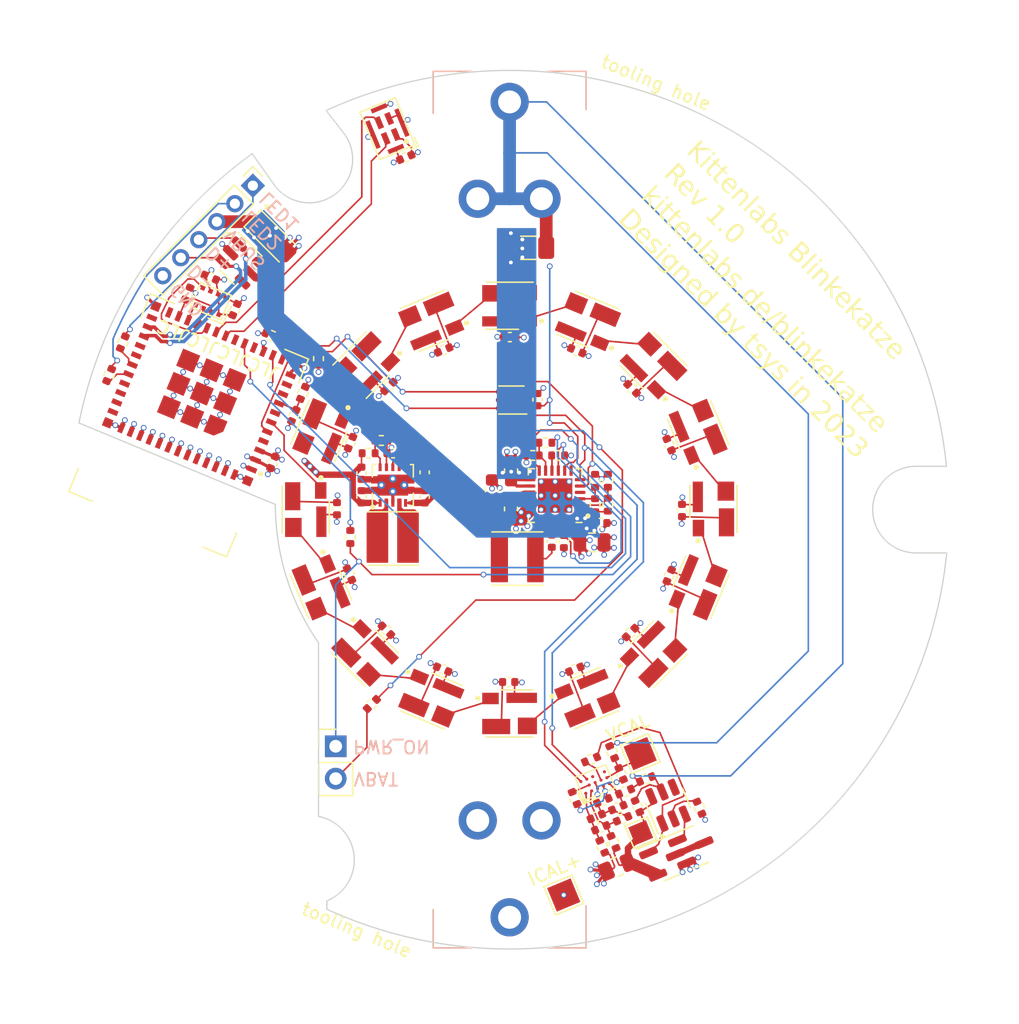
<source format=kicad_pcb>
(kicad_pcb (version 20221018) (generator pcbnew)
  (layers (0 "F.Cu" signal) (1 "In1.Cu" signal) (2 "In2.Cu" signal) (31 "B.Cu" signal) (34 "B.Paste" user) (35 "F.Paste" user) (36 "B.SilkS" user "B.Silkscreen") (37 "F.SilkS" user "F.Silkscreen") (38 "B.Mask" user) (39 "F.Mask" user) (44 "Edge.Cuts" user))
  (net 0 "")
  (net 1 "/Charger/VSYS")
  (net 2 "GND1")
  (net 3 "GND")
  (net 4 "+3V3")
  (net 5 "Net-(D1-DOUT)")
  (net 6 "/LEDs/DIN")
  (net 7 "Net-(D2-DOUT)")
  (net 8 "Net-(D3-DOUT)")
  (net 9 "Net-(D4-DOUT)")
  (net 10 "Net-(D5-DOUT)")
  (net 11 "Net-(D6-DOUT)")
  (net 12 "Net-(D7-DOUT)")
  (net 13 "Net-(D8-DOUT)")
  (net 14 "Net-(D10-DIN)")
  (net 15 "Net-(D10-DOUT)")
  (net 16 "Net-(D11-DOUT)")
  (net 17 "Net-(D12-DOUT)")
  (net 18 "Net-(D13-DOUT)")
  (net 19 "Net-(D14-DOUT)")
  (net 20 "Net-(D15-DOUT)")
  (net 21 "Net-(U8-REGN)")
  (net 22 "Net-(U1-EN)")
  (net 23 "Net-(Q2-G)")
  (net 24 "Net-(Q1-G)")
  (net 25 "Net-(U2-VCC)")
  (net 26 "Net-(U1-IO9)")
  (net 27 "Net-(U1-IO6)")
  (net 28 "Net-(U1-IO7)")
  (net 29 "Net-(U1-IO8)")
  (net 30 "/Logic/USB_D-")
  (net 31 "/Logic/USB_D+")
  (net 34 "/Charger/VLED")
  (net 35 "VBUS")
  (net 36 "Net-(U2-SRP)")
  (net 37 "Net-(U2-SRN)")
  (net 38 "Net-(U2-BAT)")
  (net 39 "Net-(U2-REGIN)")
  (net 40 "Net-(Q1-S)")
  (net 41 "Net-(U4-VDD)")
  (net 42 "Net-(C27-Pad1)")
  (net 43 "Net-(U8-BTST)")
  (net 44 "/VBAT")
  (net 45 "/Charger/PWR_ON")
  (net 46 "Net-(J1-Pin_2)")
  (net 47 "Net-(U9-L1)")
  (net 48 "Net-(U9-L2)")
  (net 49 "Net-(Q1-D)")
  (net 50 "Net-(U1-IO10)")
  (net 51 "Net-(U8-ILIM)")
  (net 52 "Net-(U4-VM)")
  (net 53 "Net-(U2-TS)")
  (net 54 "+BATT")
  (net 55 "/Battery/DSG")
  (net 56 "Net-(U8-TS)")
  (net 57 "Net-(U8-D+)")
  (net 58 "Net-(U8-D-)")
  (net 59 "/Logic/LED2")
  (net 60 "Net-(U1-TXD0)")
  (net 61 "/Logic/LED1")
  (net 62 "Net-(U1-RXD0)")
  (net 63 "/Battery/SDA")
  (net 64 "/Battery/SCL")
  (net 65 "Net-(U9-FB)")
  (net 66 "/Charger/~{CHARGE_ENABLE}")
  (net 75 "Net-(U1-IO4)")
  (net 76 "Net-(U1-IO5)")
  (footprint "Resistor_SMD:R_0402_1005Metric" (layer "F.Cu") (at 108.159783 126.095834 112.5)
    (fp_text reference "R6" hide)
    (fp_text value "100R")
  )
  (footprint "Package_Goertek:LGA-8_2x2.5mm_P0.65mm" (layer "F.Cu") (at 76.55 83.65 157.5)
    (fp_text reference "U5" hide)
    (fp_text value "SPL06-001")
  )
  (footprint "MountingHole:MountingHole_2.5mm" (layer "F.Cu") (at 84.090097 84.090097)
    (fp_text reference "H3" hide)
    (fp_text value "Left screw")
  )
  (footprint "Inductor_SMD:L_Taiyo-Yuden_MD-4040" (layer "F.Cu") (at 90.835 102.275 180)
    (fp_text reference "L4" hide)
    (fp_text value "2.2uH")
  )
  (footprint "OptoDevice:Lite-On_LTR-303ALS-01" (layer "F.Cu") (at 100.15 91.4 180)
    (fp_text reference "U7" hide)
    (fp_text value "LTR-303ALS-01")
  )
  (footprint "LED_SMD_RGB:XXXX12-X1" (layer "F.Cu") (at 88.75 88.65 45)
    (fp_text reference "D15" hide)
    (fp_text value "SK6812MINI-012")
  )
  (footprint "Resistor_SMD:R_0402_1005Metric" (layer "F.Cu") (at 101.812502 95.75 180)
    (fp_text reference "R14" hide)
    (fp_text value "10k")
  )
  (footprint "LED_SMD_RGB:XXXX12-X1" (layer "F.Cu") (at 100 84)
    (fp_text reference "D13" hide)
    (fp_text value "SK6812MINI-012")
  )
  (footprint "LED_SMD_RGB:XXXX12-X1" (layer "F.Cu") (at 85.25 93.85 67.5)
    (fp_text reference "D16" hide)
    (fp_text value "SK6812MINI-012")
  )
  (footprint "Capacitor_SMD:C_0402_1005Metric" (layer "F.Cu") (at 94.743462 112.523688 157.5)
    (fp_text reference "C5" hide)
    (fp_text value "100nF")
  )
  (footprint "Connector_PinHeader_2.00mm:PinHeader_1x06_P2.00mm_Vertical" (layer "F.Cu") (at 79.848427 74.571573 -45)
    (fp_text reference "J2" hide)
    (fp_text value "Conn_01x06")
  )
  (footprint "Capacitor_SMD:C_0603_1608Metric" (layer "F.Cu") (at 100.112502 96.95 90)
    (fp_text reference "C32" hide)
    (fp_text value "10uF")
  )
  (footprint "Capacitor_SMD:C_0402_1005Metric" (layer "F.Cu") (at 110.033688 123.293462 112.5)
    (fp_text reference "C26" hide)
    (fp_text value "100nF")
  )
  (footprint "Capacitor_Tantalum_SMD:CP_EIA-3216-18_Kemet-A" (layer "F.Cu") (at 81.448249 78.77 -45)
    (fp_text reference "C17" hide)
    (fp_text value "10uF")
  )
  (footprint "Capacitor_SMD:C_0402_1005Metric" (layer "F.Cu") (at 93.334999 98.994999 -90)
    (fp_text reference "C72" hide)
    (fp_text value "10uF")
  )
  (footprint "Capacitor_SMD:C_0402_1005Metric" (layer "F.Cu") (at 90.855 95.574999)
    (fp_text reference "C73" hide)
    (fp_text value "100nF")
  )
  (footprint "Capacitor_SMD:C_0402_1005Metric" (layer "F.Cu") (at 109.61 90.51 -45)
    (fp_text reference "C12" hide)
    (fp_text value "100nF")
  )
  (footprint "Capacitor_SMD:C_0402_1005Metric" (layer "F.Cu") (at 88.375 98.995001 -90)
    (fp_text reference "C74" hide)
    (fp_text value "10uF")
  )
  (footprint "Resistor_SMD:R_0402_1005Metric" (layer "F.Cu") (at 68.57 89.44 -112.5)
    (fp_text reference "R19" hide)
    (fp_text value "330")
  )
  (footprint "Capacitor_SMD:C_0402_1005Metric" (layer "F.Cu") (at 106.809361 124.089927 -157.5)
    (fp_text reference "C20" hide)
    (fp_text value "100nF")
  )
  (footprint "LED_SMD_RGB:XXXX12-X1" (layer "F.Cu") (at 93.85 85.2 22.5)
    (fp_text reference "D14" hide)
    (fp_text value "SK6812MINI-012")
  )
  (footprint "Capacitor_SMD:C_0402_1005Metric" (layer "F.Cu") (at 91.85 72.35 -157.5)
    (fp_text reference "C68" hide)
    (fp_text value "1uF")
  )
  (footprint "Capacitor_SMD:C_0402_1005Metric" (layer "F.Cu") (at 105.27 87.53 -22.5)
    (fp_text reference "C13" hide)
    (fp_text value "100nF")
  )
  (footprint "Capacitor_SMD:C_0805_2012Metric" (layer "F.Cu") (at 106.462502 102.575)
    (fp_text reference "C28" hide)
    (fp_text value "22uF")
  )
  (footprint "Capacitor_SMD:C_0402_1005Metric" (layer "F.Cu") (at 90.53 90.34 45)
    (fp_text reference "C16" hide)
    (fp_text value "100nF")
  )
  (footprint "Capacitor_SMD:C_0402_1005Metric" (layer "F.Cu") (at 112.53 105.18 -112.5)
    (fp_text reference "C9" hide)
    (fp_text value "100nF")
  )
  (footprint "Package_TO_SOT_SMD:SOT-23" (layer "F.Cu") (at 112.133863 127.458766 22.5)
    (fp_text reference "Q1" hide)
    (fp_text value "AO3400A")
  )
  (footprint "Resistor_SMD:R_0805_2012Metric" (layer "F.Cu") (at 108.448037 128.032979 22.5)
    (fp_text reference "R4" hide)
    (fp_text value "10mR")
  )
  (footprint "MountingHole:MountingHole_2.1mm" (layer "F.Cu") (at 121.001169 110.818831)
    (fp_text reference "H2" hide)
    (fp_text value "Right peg")
  )
  (footprint "Capacitor_SMD:C_0402_1005Metric" (layer "F.Cu") (at 107.154432 124.975266 22.5)
    (fp_text reference "C21" hide)
    (fp_text value "100nF")
  )
  (footprint "Resistor_SMD:R_0402_1005Metric" (layer "F.Cu") (at 88.935001 95.575)
    (fp_text reference "R48" hide)
    (fp_text value "0R")
  )
  (footprint "Resistor_SMD:R_0402_1005Metric" (layer "F.Cu") (at 105.105463 122.641744 -67.5)
    (fp_text reference "R9" hide)
    (fp_text value "10k")
  )
  (footprint "Resistor_SMD:R_0402_1005Metric" (layer "F.Cu") (at 110.7 121.15 22.5)
    (fp_text reference "R11" hide)
    (fp_text value "470R")
  )
  (footprint "Capacitor_SMD:C_0402_1005Metric" (layer "F.Cu") (at 108.755603 120.740145 -67.5)
    (fp_text reference "C23" hide)
    (fp_text value "100nF")
  )
  (footprint "Connector_PinHeader_2.54mm:PinHeader_1x02_P2.54mm_Vertical" (layer "F.Cu") (at 86.35 118.575)
    (fp_text reference "J1" hide)
    (fp_text value "Power key")
  )
  (footprint "Capacitor_SMD:C_0603_1608Metric" (layer "F.Cu") (at 98.612502 98.45 90)
    (fp_text reference "C31" hide)
    (fp_text value "10uF")
  )
  (footprint "Capacitor_SMD:C_0402_1005Metric" (layer "F.Cu") (at 109.49 109.65 -135)
    (fp_text reference "C8" hide)
    (fp_text value "100nF")
  )
  (footprint "Resistor_SMD:R_0402_1005Metric" (layer "F.Cu") (at 107.712502 97.735 90)
    (fp_text reference "R15" hide)
    (fp_text value "10k")
  )
  (footprint "Fuse:Fuse_1206_3216Metric" (layer "F.Cu") (at 101.475 79.45 180)
    (fp_text reference "F1" hide)
    (fp_text value "4A")
  )
  (footprint "Capacitor_SMD:C_0402_1005Metric" (layer "F.Cu") (at 105.123462 112.526312 -157.5)
    (fp_text reference "C7" hide)
    (fp_text value "100nF")
  )
  (footprint "LED_SMD_RGB:XXXX12-X1" (layer "F.Cu") (at 114.8 106.1 -112.5)
    (fp_text reference "D8" hide)
    (fp_text value "SK6812MINI-012")
  )
  (footprint "LED_SMD_RGB:XXXX12-X1" (layer "F.Cu") (at 106.15 85.25 -22.5)
    (fp_text reference "D12" hide)
    (fp_text value "SK6812MINI-012")
  )
  (footprint "Capacitor_SMD:C_0402_1005Metric" (layer "F.Cu") (at 100.02 86.46)
    (fp_text reference "C14" hide)
    (fp_text value "100nF")
  )
  (footprint "Capacitor_SMD:C_0402_1005Metric" (layer "F.Cu") (at 86.45 99.93 90)
    (fp_text reference "C2" hide)
    (fp_text value "100nF")
  )
  (footprint "Resistor_SMD:R_0402_1005Metric" (layer "F.Cu") (at 106.392582 119.608276 -157.5)
    (fp_text reference "R12" hide)
    (fp_text value "100R")
  )
  (footprint "LED_SMD_RGB:XXXX12-X1" (layer "F.Cu") (at 106.1 114.8 -157.5)
    (fp_text reference "D6" hide)
    (fp_text value "SK6812MINI-012")
  )
  (footprint "Capacitor_SMD:C_0402_1005Metric" (layer "F.Cu") (at 93.335 97.075 90)
    (fp_text reference "C71" hide)
    (fp_text value "10uF")
  )
  (footprint "Resistor_SMD:R_0402_1005Metric" (layer "F.Cu") (at 85 88.15 90)
    (fp_text reference "R46" hide)
    (fp_text value "4.7k")
  )
  (footprint "Capacitor_SMD:C_0603_1608Metric" (layer "F.Cu") (at 100.112502 99.95 -90)
    (fp_text reference "C30" hide)
    (fp_text value "10uF")
  )
  (footprint "Resistor_SMD:R_0402_1005Metric" (layer "F.Cu") (at 106.712501 99.655 90)
    (fp_text reference "R18" hide)
    (fp_text value "10k")
  )
  (footprint "Capacitor_SMD:C_0402_1005Metric" (layer "F.Cu") (at 99.93 113.53 180)
    (fp_text reference "C6" hide)
    (fp_text value "100nF")
  )
  (footprint "Package_TO_SOT_SMD:SOT-23-6" (layer "F.Cu") (at 112.437012 123.212635 112.5)
    (fp_text reference "U4" hide)
    (fp_text value "FM2113")
  )
  (footprint "LED_SMD_RGB:XXXX12-X1" (layer "F.Cu") (at 93.85 114.8 157.5)
    (fp_text reference "D4" hide)
    (fp_text value "SK6812MINI-012")
  )
  (footprint "ESP32_C3:ESP32-C3-MINI-1" (layer "F.Cu") (at 75.840228 90.89013 157.5)
    (fp_text reference "U1" hide)
    (fp_text value "ESP32-C3-MINI-1")
  )
  (footprint "Resistor_SMD:R_0402_1005Metric" (layer "F.Cu") (at 109.06039 122.129247 -157.5)
    (fp_text reference "R10" hide)
    (fp_text value "100R")
  )
  (footprint "LED_SMD_RGB:XXXX12-X1" (layer "F.Cu") (at 111.3 111.35 -135)
    (fp_text reference "D7" hide)
    (fp_text value "SK6812MINI-012")
  )
  (footprint "Capacitor_SMD:C_0402_1005Metric" (layer "F.Cu") (at 78.45 84.3 -112.5)
    (fp_text reference "C70" hide)
    (fp_text value "1uF")
  )
  (footprint "MountingHole:MountingHole_2.1mm" (layer "F.Cu") (at 89.181266 78.998928)
    (fp_text reference "H1" hide)
    (fp_text value "Left peg")
  )
  (footprint "TestPoint:TestPoint_Pad_1.5x1.5mm" (layer "F.Cu") (at 110.28826 125.3549 22.5)
    (fp_text reference "TP5" hide)
    (fp_text value "ICAL-")
  )
  (footprint "Capacitor_SMD:C_0402_1005Metric" (layer "F.Cu") (at 102.190001 91.369995 90)
    (fp_text reference "C67" hide)
    (fp_text value "1uF")
  )
  (footprint "Capacitor_SMD:C_0402_1005Metric" (layer "F.Cu") (at 103.3125 102.475 90)
    (fp_text reference "C27" hide)
    (fp_text value "100nF")
  )
  (footprint "Package_Texas:Texas_DRC0010J_ThermalVias.3" (layer "F.Cu") (at 90.835 98.075 90)
    (fp_text reference "U9" hide)
    (fp_text value "TPS63001")
  )
  (footprint "Capacitor_SMD:C_0402_1005Metric" (layer "F.Cu") (at 94.83 87.47 22.5)
    (fp_text reference "C15" hide)
    (fp_text value "100nF")
  )
  (footprint "Resistor_SMD:R_0402_1005Metric" (layer "F.Cu") (at 81.321179 86.345169 -22.5)
    (fp_text reference "R45" hide)
    (fp_text value "4.7k")
  )
  (footprint "Resistor_SMD:R_0402_1005Metric" (layer "F.Cu") (at 108.047639 119.030968 -67.5)
    (fp_text reference "R7" hide)
    (fp_text value "100R")
  )
  (footprint "LED_SMD_RGB:XXXX12-X1" (layer "F.Cu") (at 114.8 93.9 -67.5)
    (fp_text reference "D10" hide)
    (fp_text value "SK6812MINI-012")
  )
  (footprint "LED_SMD_RGB:XXXX12-X1" (layer "F.Cu") (at 88.65 111.25 135)
    (fp_text reference "D3" hide)
    (fp_text value "SK6812MINI-012")
  )
  (footprint "Capacitor_SMD:C_0402_1005Metric" (layer "F.Cu") (at 76.506538 81.766312 157.5)
    (fp_text reference "C69" hide)
    (fp_text value "1uF")
  )
  (footprint "Capacitor_SMD:C_0402_1005Metric" (layer "F.Cu") (at 107.155 101.05 180)
    (fp_text reference "C33" hide)
    (fp_text value "1uF")
  )
  (footprint "Resistor_SMD:R_0402_1005Metric" (layer "F.Cu") (at 74.721772 83.046696 -112.5)
    (fp_text reference "R43" hide)
    (fp_text value "10k")
  )
  (footprint "Capacitor_SMD:C_0402_1005Metric" (layer "F.Cu") (at 113.53 100.07 -90)
    (fp_text reference "C10" hide)
    (fp_text value "100nF")
  )
  (footprint "Resistor_SMD:R_0402_1005Metric" (layer "F.Cu") (at 114.9 123.4 112.5)
    (fp_text reference "R8" hide)
    (fp_text value "1k")
  )
  (footprint "Resistor_SMD:R_0402_1005Metric" (layer "F.Cu") (at 102.812502 94.75)
    (fp_text reference "R13" hide)
    (fp_text value "10k")
  )
  (footprint "Resistor_SMD:R_0402_1005Metric" (layer "F.Cu") (at 89.935002 94.575)
    (fp_text reference "R49" hide)
    (fp_text value "DNP")
  )
  (footprint "Capacitor_SMD:C_0402_1005Metric" (layer "F.Cu") (at 88.375 97.145 90)
    (fp_text reference "C75" hide)
    (fp_text value "10uF")
  )
  (footprint "Capacitor_SMD:C_0402_1005Metric" (layer "F.Cu") (at 104.262502 102.505 -90)
    (fp_text reference "C29" hide)
    (fp_text value "4.7uF")
  )
  (footprint "Resistor_SMD:R_0402_1005Metric" (layer "F.Cu") (at 83.776312 90.838462 -112.5)
    (fp_text reference "R44" hide)
    (fp_text value "100k")
  )
  (footprint "Package_DFN_QFN:QFN-24-1EP_4x4mm_P0.5mm_EP2.7x2.7mm" (layer "F.Cu") (at 103.575 98.9 180)
    (fp_text reference "U8" hide)
    (fp_text value "BQ24295")
  )
  (footprint "LED_SMD_RGB:XXXX12-X1" (layer "F.Cu") (at 84 100 90)
    (fp_text reference "D1" hide)
    (fp_text value "SK6812MINI-012")
  )
  (footprint "Capacitor_SMD:C_0402_1005Metric" (layer "F.Cu") (at 112.52 94.9 -67.5)
    (fp_text reference "C11" hide)
    (fp_text value "100nF")
  )
  (footprint "Capacitor_SMD:C_0402_1005Metric" (layer "F.Cu") (at 87.516312 94.743462 67.5)
    (fp_text reference "C1" hide)
    (fp_text value "100nF")
  )
  (footprint "MountingHole:MountingHole_2.5mm" (layer "F.Cu") (at 115.91 115.91)
    (fp_text reference "H4" hide)
    (fp_text value "Right screw")
  )
  (footprint "LED_SMD_RGB:XXXX12-X1" (layer "F.Cu") (at 100 116 180)
    (fp_text reference "D5" hide)
    (fp_text value "SK6812MINI-012")
  )
  (footprint "Resistor_SMD:R_0402_1005Metric" (layer "F.Cu") (at 69.64 86.88 -112.5)
    (fp_text reference "R20" hide)
    (fp_text value "330")
  )
  (footprint "Resistor_SMD:R_0402_1005Metric" (layer "F.Cu") (at 107.27827 126.450144 112.5)
    (fp_text reference "R5" hide)
    (fp_text value "100R")
  )
  (footprint "Capacitor_SMD:C_0402_1005Metric" (layer "F.Cu") (at 108.50006 123.389616 -157.5)
    (fp_text reference "C24" hide)
    (fp_text value "100nF")
  )
  (footprint "Capacitor_SMD:C_0402_1005Metric" (layer "F.Cu") (at 90.329411 109.469411 135)
    (fp_text reference "C4" hide)
    (fp_text value "100nF")
  )
  (footprint "Resistor_SMD:R_0402_1005Metric" (layer "F.Cu") (at 106.712502 97.74 90)
    (fp_text reference "R16" hide)
    (fp_text value "10k")
  )
  (footprint "Package_TO_SOT_SMD:SOT-23" (layer "F.Cu") (at 114.4 126.5 22.5)
    (fp_text reference "Q2" hide)
    (fp_text value "AO3400A")
  )
  (footprint "Package_DSBGA:DSBGA-15_BQ27546_I2C_1.95x2.6mm_P0.5mm" (layer "F.Cu") (at 106.71186 121.424333 112.5)
    (fp_text reference "U2" hide)
    (fp_text value "BQ27546")
  )
  (footprint "Package_LGA_ST:ST_HCLGA-4LD_3x4mm" (layer "F.Cu") (at 90.410129 70.093692 22.5)
    (fp_text reference "U6" hide)
    (fp_text value "~")
  )
  (footprint "Capacitor_SMD:C_0402_1005Metric" (layer "F.Cu") (at 83.066312 92.618462 67.5)
    (fp_text reference "C66" hide)
    (fp_text value "1uF")
  )
  (footprint "Resistor_SMD:R_0402_1005Metric" (layer "F.Cu") (at 107.712504 99.61 90)
    (fp_text reference "R17" hide)
    (fp_text value "10k")
  )
  (footprint "Resistor_SMD:R_0402_1005Metric" (layer "F.Cu") (at 87.5 102.15 90)
    (fp_text reference "R1" hide)
    (fp_text value "10k")
  )
  (footprint "LED_SMD_RGB:XXXX12-X1" (layer "F.Cu") (at 116 99.95 -90)
    (fp_text reference "D9" hide)
    (fp_text value "SK6812MINI-012")
  )
  (footprint "Inductor_SMD:L_Taiyo-Yuden_MD-4040" (layer "F.Cu") (at 100.612502 103.85 180)
    (fp_text reference "L2" hide)
    (fp_text value "2.2uH")
  )
  (footprint "TestPoint:TestPoint_Pad_2.0x2.0mm" (layer "F.Cu") (at 110.25 119.15 22.5)
    (fp_text reference "TP4" hide)
    (fp_text value "VCAL")
  )
  (footprint "TestPoint:TestPoint_Pad_2.0x2.0mm" (layer "F.Cu") (at 104.25 130.25 22.5)
    (fp_text reference "TP3" hide)
    (fp_text value "ICAL+")
  )
  (footprint "Package_TO_SOT_SMD:SOT-23-6" (layer "F.Cu") (at 78.904334 80.642583 -45)
    (fp_text reference "U3" hide)
    (fp_text value "SRV05-4")
  )
  (footprint "Capacitor_SMD:C_0402_1005Metric" (layer "F.Cu") (at 108.863609 124.267302 22.5)
    (fp_text reference "C22" hide)
    (fp_text value "100nF")
  )
  (footprint "LED_SMD_RGB:XXXX12-X1" (layer "F.Cu") (at 111.3 88.7 -45)
    (fp_text reference "D11" hide)
    (fp_text value "SK6812MINI-012")
  )
  (footprint "Resistor_SMD:R_0402_1005Metric" (layer "F.Cu") (at 89.189376 115.260624 -135)
    (fp_text reference "R2" hide)
    (fp_text value "100R")
  )
  (footprint "ToolingHole:ToolingHole_JLCSMT" (layer "F.Cu") (at 89 130.5)
    (fp_text reference "H5" hide)
    (fp_text value "Tooling hole")
  )
  (footprint "Capacitor_SMD:C_0402_1005Metric" (layer "F.Cu") (at 87.433688 105.073462 112.5)
    (fp_text reference "C3" hide)
    (fp_text value "100nF")
  )
  (footprint "LED_SMD_RGB:XXXX12-X1" (layer "F.Cu") (at 85.2 106.1 112.5)
    (fp_text reference "D2" hide)
    (fp_text value "SK6812MINI-012")
  )
  (footprint "Capacitor_SMD:C_0402_1005Metric" (layer "F.Cu") (at 81.416312 96.293462 -112.5)
    (fp_text reference "C65" hide)
    (fp_text value "10uF")
  )
  (footprint "Resistor_SMD:R_0402_1005Metric" (layer "F.Cu") (at 103.812502 95.75)
    (fp_text reference "R3" hide)
    (fp_text value "150R")
  )
  (footprint "ToolingHole:ToolingHole_JLCSMT" (layer "F.Cu") (at 110.5 69.5)
    (fp_text reference "H6" hide)
    (fp_text value "Tooling hole")
  )
  (footprint "Capacitor_SMD:C_0402_1005Metric" (layer "F.Cu") (at 107.323497 122.848692 22.5)
    (fp_text reference "C25" hide)
    (fp_text value "1uF")
  )
  (footprint "Battery_Holder_MYOUNG:MY-18650-01" (layer "B.Cu") (at 100 124.4 -90)
    (fp_text reference "BTT2" hide)
    (fp_text value "B-")
  )
  (footprint "Battery_Holder_MYOUNG:MY-18650-01" (layer "B.Cu") (at 100 75.6 90)
    (fp_text reference "BTT1" hide)
    (fp_text value "B+")
  )
  (gr_circle (center 91.9 71.1) (end 92.1 71.1) (stroke (width 0.001)) (fill solid) (layer "F.SilkS"))
  (gr_circle (center 89.25 99.8) (end 89.45 99.8) (stroke (width 0.001)) (fill solid) (layer "F.SilkS"))
  (gr_line (start 80.817157 76.382842) (end 81.1 76.1) (stroke (width 0.15)) (layer "F.SilkS"))
  (gr_circle (center 112 125.65) (end 112.2 125.65) (stroke (width 0.001)) (fill solid) (layer "F.SilkS"))
  (gr_circle (center 105.883933 122.822604) (end 106.083933 122.822604) (stroke (width 0.001)) (fill solid) (layer "F.SilkS"))
  (gr_circle (center 78 78.4) (end 78.2 78.4) (stroke (width 0.001)) (fill solid) (layer "F.SilkS"))
  (gr_circle (center 80.45 97.2) (end 80.65 97.2) (stroke (width 0.001)) (fill solid) (layer "F.SilkS"))
  (gr_line (start 81.1 76.382843) (end 80.817157 76.1) (stroke (width 0.15)) (layer "F.SilkS"))
  (gr_circle (center 106.15 100.5) (end 106.35 100.5) (stroke (width 0.001)) (fill solid) (layer "F.SilkS"))
  (gr_line (start 85.661124 130.71119) (end 85.65226 131.366936) (stroke (width 0.1)) (layer "Edge.Cuts"))
  (gr_arc (start 66.2 93.2) (mid 70.999391 81.347843) (end 79.791154 72.062765) (stroke (width 0.1)) (layer "Edge.Cuts"))
  (gr_arc (start 85 110.45) (mid 82.477559 105.282991) (end 81.615799 99.598093) (stroke (width 0.1)) (layer "Edge.Cuts"))
  (gr_line (start 86.925 70.375) (end 85.6 68.675) (stroke (width 0.1)) (layer "Edge.Cuts"))
  (gr_arc (start 131.9 103.4) (mid 128.5 100) (end 131.9 96.6) (stroke (width 0.1)) (layer "Edge.Cuts"))
  (gr_line (start 81.625 74.65) (end 79.791154 72.062765) (stroke (width 0.1)) (layer "Edge.Cuts"))
  (gr_line (start 66.2 93.2) (end 81.615799 99.598093) (stroke (width 0.1)) (layer "Edge.Cuts"))
  (gr_arc (start 85 124.08) (mid 87.792629 127.150129) (end 85.661124 130.71119) (stroke (width 0.1)) (layer "Edge.Cuts"))
  (gr_line (start 131.9 96.6) (end 134.289768 96.602003) (stroke (width 0.1)) (layer "Edge.Cuts"))
  (gr_line (start 85 110.45) (end 85 124.08) (stroke (width 0.1)) (layer "Edge.Cuts"))
  (gr_line (start 131.9 103.4) (end 134.31 103.4) (stroke (width 0.1)) (layer "Edge.Cuts"))
  (gr_arc (start 85.6 68.675) (mid 117.138001 70.09755) (end 134.289768 96.602003) (stroke (width 0.1)) (layer "Edge.Cuts"))
  (gr_arc (start 86.925 70.375) (mid 86.4125 75.1625) (end 81.625 74.65) (stroke (width 0.1)) (layer "Edge.Cuts"))
  (gr_arc (start 134.309999 103.4) (mid 117.17531 129.900125) (end 85.65226 131.366936) (stroke (width 0.1)) (layer "Edge.Cuts"))
  (gr_text "D+" (at 76.35 79.525 135) (layer "B.SilkS") (effects (font (size 1 1)) (justify left mirror)))
  (gr_text "PWR_ON" (at 87.625 118.6 180) (layer "B.SilkS") (effects (font (size 1 1)) (justify left mirror)))
  (gr_text "D-" (at 74.925 80.95 135) (layer "B.SilkS") (effects (font (size 1 1)) (justify left mirror)))
  (gr_text "VBAT" (at 87.675 121.125 180) (layer "B.SilkS") (effects (font (size 1 1)) (justify left mirror)))
  (gr_text "GND" (at 73.525 82.375 135) (layer "B.SilkS") (effects (font (size 1 1)) (justify left mirror)))
  (gr_text "VBUS" (at 77.775 78.15 135) (layer "B.SilkS") (effects (font (size 1 1)) (justify left mirror)))
  (gr_text "LED2\n" (at 79.2 76.7 135) (layer "B.SilkS") (effects (font (size 1 1)) (justify left mirror)))
  (gr_text "LED1" (at 80.575 75.25 135) (layer "B.SilkS") (effects (font (size 1 1)) (justify left mirror)))
  (gr_text "Kittenlabs Blinkekatze\nRev 1.0\nkittenlabs.de/blinkekatze\nDesigned by tsys in 2023" (at 108.275 77.45 315) (layer "F.SilkS") (effects (font (size 1.5 1.5)) (justify left bottom)))
  (gr_text "ICAL+" (at 101.65 129.675 22.5) (layer "F.SilkS") (effects (font (size 1 1)) (justify left bottom)))
  (gr_text "VCAL" (at 107.8 118.425 22.5) (layer "F.SilkS") (effects (font (size 1 1)) (justify left bottom)))
  (gr_text "JLCJLCJLCJLC" (at 82.2 88.9 157.5) (layer "F.SilkS") (effects (font (size 1 1)) (justify left bottom)))
  (segment (start 92.315 95.575) (end 91.325 95.575) (width 0.127) (layer "F.Cu") (net 1))
  (segment (start 93.416147 99.474999) (end 94.025 98.866146) (width 0.5) (layer "F.Cu") (net 1))
  (segment (start 98.580761 99.225) (end 98.221907 98.866146) (width 0.5) (layer "F.Cu") (net 1))
  (segment (start 90.835 96.115) (end 91.325 95.625) (width 0.127) (layer "F.Cu") (net 1))
  (segment (start 92.425 99.474999) (end 93.374999 99.474999) (width 0.5) (layer "F.Cu") (net 1))
  (segment (start 91.835 96.085) (end 91.325 95.575) (width 0.127) (layer "F.Cu") (net 1))
  (segment (start 94.025 97.203852) (end 93.396148 96.575) (width 0.5) (layer "F.Cu") (net 1))
  (segment (start 93.396148 96.575) (end 93.325 96.575) (width 0.5) (layer "F.Cu") (net 1))
  (segment (start 98.221907 98.866146) (end 94.025 98.866146) (width 0.5) (layer "F.Cu") (net 1))
  (segment (start 91.835 96.675) (end 91.835 96.085) (width 0.127) (layer "F.Cu") (net 1))
  (segment (start 93.334999 99.474999) (end 93.416147 99.474999) (width 0.5) (layer "F.Cu") (net 1))
  (segment (start 91.335 95.635) (end 91.325 95.625) (width 0.127) (layer "F.Cu") (net 1))
  (segment (start 91.335 96.675) (end 91.335 95.635) (width 0.127) (layer "F.Cu") (net 1))
  (segment (start 94.025 98.866146) (end 94.025 97.203852) (width 0.5) (layer "F.Cu") (net 1))
  (segment (start 92.425 99.474999) (end 92.275 99.474999) (width 0.25) (layer "F.Cu") (net 1))
  (segment (start 90.835 96.675) (end 90.835 96.115) (width 0.127) (layer "F.Cu") (net 1))
  (segment (start 98.612502 99.225) (end 98.580761 99.225) (width 0.5) (layer "F.Cu") (net 1))
  (segment (start 93.334999 99.474999) (end 92.425 99.474999) (width 0.25) (layer "F.Cu") (net 1))
  (segment (start 92.275 99.474999) (end 92.125001 99.474999) (width 0.25) (layer "F.Cu") (net 1))
  (segment (start 93.374999 99.474999) (end 93.375 99.475) (width 0.5) (layer "F.Cu") (net 1))
  (segment (start 93.335 96.595) (end 92.315 95.575) (width 0.127) (layer "F.Cu") (net 1))
  (segment (start 91.835 99.475) (end 92.125 99.475) (width 0.127) (layer "F.Cu") (net 1))
  (segment (start 92.125001 99.474999) (end 92.125 99.475) (width 0.25) (layer "F.Cu") (net 1))
  (segment (start 107.604997 128.382178) (end 106.75 127.85) (width 0.25) (layer "F.Cu") (net 2))
  (segment (start 107.604997 128.382178) (end 106.85 128.7) (width 0.25) (layer "F.Cu") (net 2))
  (segment (start 107.473439 126.921323) (end 107.865408 127.083681) (width 0.127) (layer "F.Cu") (net 2))
  (segment (start 106.880035 123.03238) (end 106.9 122.35) (width 0.127) (layer "F.Cu") (net 2))
  (segment (start 107.604997 128.382178) (end 106.85 129.4) (width 0.25) (layer "F.Cu") (net 2))
  (segment (start 108.056598 123.573304) (end 109.3 124.1) (width 0.127) (layer "F.Cu") (net 2))
  (segment (start 107.865408 127.083681) (end 108.248091 128.00756) (width 0.127) (layer "F.Cu") (net 2))
  (segment (start 108.939291 121.183607) (end 108.4 121.4) (width 0.127) (layer "F.Cu") (net 2))
  (segment (start 108.248091 128.00756) (end 108.193972 128.138217) (width 0.127) (layer "F.Cu") (net 2))
  (segment (start 106.903202 121.886273) (end 106.7 121.4) (width 0.127) (layer "F.Cu") (net 2))
  (segment (start 106.880035 123.03238) (end 107.25 123.9) (width 0.127) (layer "F.Cu") (net 2))
  (segment (start 107.604997 128.382178) (end 106.35 128.25) (width 0.25) (layer "F.Cu") (net 2))
  (segment (start 107.252823 123.906239) (end 108.05 123.55) (width 0.127) (layer "F.Cu") (net 2))
  (segment (start 107.604997 128.382178) (end 107.4 129.35) (width 0.25) (layer "F.Cu") (net 2))
  (segment (start 106.9 122.35) (end 106.9 121.9) (width 0.127) (layer "F.Cu") (net 2))
  (segment (start 108.193972 128.138217) (end 107.639644 128.367827) (width 0.127) (layer "F.Cu") (net 2))
  (via (at 106.35 128.25) (size 0.45) (drill 0.3) (layers "F.Cu" "B.Cu") (net 2))
  (via (at 108.4 121.4) (size 0.45) (drill 0.3) (layers "F.Cu" "B.Cu") (net 2))
  (via (at 106.75 127.85) (size 0.45) (drill 0.3) (layers "F.Cu" "B.Cu") (net 2))
  (via (at 107.4 129.35) (size 0.45) (drill 0.3) (layers "F.Cu" "B.Cu") (net 2))
  (via (at 104.25 130.25) (size 0.45) (drill 0.3) (layers "F.Cu" "B.Cu") (net 2))
  (via (at 106.9 122.35) (size 0.45) (drill 0.3) (layers "F.Cu" "B.Cu") (net 2))
  (via (at 106.85 128.7) (size 0.45) (drill 0.3) (layers "F.Cu" "B.Cu") (net 2))
  (via (at 106.85 129.4) (size 0.45) (drill 0.3) (layers "F.Cu" "B.Cu") (net 2))
  (segment (start 106.9 121.75) (end 107.85 121.4) (width 0.127) (layer "B.Cu") (net 2))
  (segment (start 106.9 122.35) (end 106.9 121.75) (width 0.127) (layer "B.Cu") (net 2))
  (segment (start 107.85 121.4) (end 108.4 121.4) (width 0.127) (layer "B.Cu") (net 2))
  (segment (start 113.545014 99.599107) (end 113.563585 99.036065) (width 0.127) (layer "F.Cu") (net 3))
  (segment (start 82.064594 79.335406) (end 82.75 78.65) (width 0.25) (layer "F.Cu") (net 3))
  (segment (start 100.825 100.725) (end 100.9 100.8) (width 0.25) (layer "F.Cu") (net 3))
  (segment (start 77.660597 96.947873) (end 77.9 96.35) (width 0.25) (layer "F.Cu") (net 3))
  (segment (start 112.667376 104.813076) (end 112.9 104.3) (width 0.127) (layer "F.Cu") (net 3))
  (segment (start 81.232624 96.736924) (end 81.025 97.225) (width 0.25) (layer "F.Cu") (net 3))
  (segment (start 90.375 95.475) (end 90.725 95.125) (width 0.127) (layer "F.Cu") (net 3))
  (segment (start 107.635 101.19) (end 107.275 101.55) (width 0.25) (layer "F.Cu") (net 3))
  (segment (start 72.237428 84.037428) (end 71.55 83.35) (width 0.25) (layer "F.Cu") (net 3))
  (segment (start 104.322502 95.75) (end 104.825 95.75) (width 0.127) (layer "F.Cu") (net 3))
  (segment (start 73.259766 91.958992) (end 73.625 91.05) (width 0.127) (layer "F.Cu") (net 3))
  (segment (start 82.402843 79.724594) (end 82.402843 79.685406) (width 0.25) (layer "F.Cu") (net 3))
  (segment (start 106.662498 103) (end 106.637498 102.975) (width 0.25) (layer "F.Cu") (net 3))
  (segment (start 90.138755 90.705703) (end 89.205431 89.737945) (width 0.127) (layer "F.Cu") (net 3))
  (segment (start 115.095169 123.871179) (end 115.35 124.35) (width 0.127) (layer "F.Cu") (net 3))
  (segment (start 112.360546 94.446171) (end 113.611805 93.954237) (width 0.127) (layer "F.Cu") (net 3))
  (segment (start 107.412502 103.537502) (end 107.425 103.55) (width 0.25) (layer "F.Cu") (net 3))
  (segment (start 90.705703 109.861245) (end 89.737945 110.794569) (width 0.127) (layer "F.Cu") (net 3))
  (segment (start 77.66489 91.64593) (end 76.75 91.25) (width 0.127) (layer "F.Cu") (net 3))
  (segment (start 80.06653 96.104377) (end 79.4 95.825) (width 0.25) (layer "F.Cu") (net 3))
  (segment (start 100.45 95.462498) (end 100.462498 95.45) (width 0.25) (layer "F.Cu") (net 3))
  (segment (start 72.237428 84.03996) (end 72.46004 84.03996) (width 0.25) (layer "F.Cu") (net 3))
  (segment (start 98.612502 97.687502) (end 99.225 98.3) (width 0.25) (layer "F.Cu") (net 3))
  (segment (start 100.5 101) (end 100.5 101.5) (width 0.25) (layer "F.Cu") (net 3))
  (segment (start 90.375 94.575) (end 90.325 94.525) (width 0.127) (layer "F.Cu") (net 3))
  (segment (start 95.186924 112.667376) (end 95.7 112.9) (width 0.127) (layer "F.Cu") (net 3))
  (segment (start 80.671791 86.928209) (end 80.7 86.9) (width 0.25) (layer "F.Cu") (net 3))
  (segment (start 109.861245 109.294297) (end 110.794569 110.262055) (width 0.127) (layer "F.Cu") (net 3))
  (segment (start 76.596028 89.065468) (end 76.225 89.975) (width 0.127) (layer "F.Cu") (net 3))
  (segment (start 68.448862 93.186367) (end 69.05 93.375) (width 0.25) (layer "F.Cu") (net 3))
  (segment (start 82.821851 89.228149) (end 83.35 88.7) (width 0.25) (layer "F.Cu") (net 3))
  (segment (start 93.334999 98.514999) (end 91.264999 98.514999) (width 0.5) (layer "F.Cu") (net 3))
  (segment (start 113.323706 127.943225) (end 113.576294 128.456774) (width 0.25) (layer "F.Cu") (net 3))
  (segment (start 89.75 68.5) (end 90.65 68.15) (width 0.127) (layer "F.Cu") (net 3))
  (segment (start 99.599107 86.454986) (end 99.623455 85.110718) (width 0.127) (layer "F.Cu") (net 3))
  (segment (start 107.406251 103) (end 108.193749 103) (width 0.25) (layer "F.Cu") (net 3))
  (segment (start 107.425 103) (end 106.662498 103) (width 0.25) (layer "F.Cu") (net 3))
  (segment (start 107.635 101.05) (end 108.2 101.05) (width 0.25) (layer "F.Cu") (net 3))
  (segment (start 77.275 92.55) (end 76.9 93.475) (width 0.127) (layer "F.Cu") (net 3))
  (segment (start 90.375 95.574999) (end 90.375 95.475) (width 0.127) (layer "F.Cu") (net 3))
  (segment (start 90.335 95.585) (end 90.325 95.575) (width 0.127) (layer "F.Cu") (net 3))
  (segment (start 87.332624 95.186924) (end 87.1 95.7) (width 0.127) (layer "F.Cu") (net 3))
  (segment (start 104.813076 87.332624) (end 105.35 86.1) (width 0.127) (layer "F.Cu") (net 3))
  (segment (start 76.225 89.975) (end 75.475 91.8) (width 0.127) (layer "F.Cu") (net 3))
  (segment (start 91.406538 72.533688) (end 90.9 72.75) (width 0.127) (layer "F.Cu") (net 3))
  (segment (start 106.855 97.23) (end 107.225 97.6) (width 0.127) (layer "F.Cu") (net 3))
  (segment (start 69.530457 93.580259) (end 69.05 93.375) (width 0.25) (layer "F.Cu") (net 3))
  (segment (start 98.612502 98.337502) (end 98.625 98.35) (width 0.25) (layer "F.Cu") (net 3))
  (segment (start 89.815001 98.515001) (end 89.925 98.625) (width 0.5) (layer "F.Cu") (net 3))
  (segment (start 94.446171 87.639454) (end 93.954237 86.388195) (width 0.127) (layer "F.Cu") (net 3))
  (segment (start 109.861245 109.294297) (end 110.272507 108.909298) (width 0.127) (layer "F.Cu") (net 3))
  (segment (start 91.595 97.555) (end 91.575 97.575) (width 0.25) (layer "F.Cu") (net 3))
  (segment (start 88.375 98.515001) (end 89.815001 98.515001) (width 0.5) (layer "F.Cu") (net 3))
  (segment (start 81.232624 96.736924) (end 81.75 96.975) (width 0.25) (layer "F.Cu") (net 3))
  (segment (start 100.112502 100.725) (end 100.825 100.725) (width 0.25) (layer "F.Cu") (net 3))
  (segment (start 78.266312 84.743462) (end 77.15 84.65) (width 0.127) (layer "F.Cu") (net 3))
  (segment (start 77.127706 83.104559) (end 76.95 82) (width 0.127) (layer "F.Cu") (net 3))
  (segment (start 71.747768 94.498699) (end 72 93.9) (width 0.25) (layer "F.Cu") (net 3))
  (segment (start 75.475 91.8) (end 75.075 92.725) (width 0.127) (layer "F.Cu") (net 3))
  (segment (start 74.15 92.35) (end 73.25 91.975) (width 0.127) (layer "F.Cu") (net 3))
  (segment (start 78.399701 97.25402) (end 78.875 97.425) (width 0.25) (layer "F.Cu") (net 3))
  (segment (start 90.335 96.675) (end 90.335 95.585) (width 0.127) (layer "F.Cu") (net 3))
  (segment (start 80.671791 87.587707) (end 80.671791 86.928209) (width 0.25) (layer "F.Cu") (net 3))
  (segment (start 98.612502 97.675) (end 98.612502 97.687502) (width 0.25) (layer "F.Cu") (net 3))
  (segment (start 73.965079 95.41714) (end 74.225 94.8) (width 0.25) (layer "F.Cu") (net 3))
  (segment (start 82.764594 79.335406) (end 83.45 78.65) (width 0.25) (layer "F.Cu") (net 3))
  (segment (start 76 93.1) (end 74.15 92.35) (width 0.127) (layer "F.Cu") (net 3))
  (segment (start 79.443028 97.7403) (end 78.875 97.425) (width 0.25) (layer "F.Cu") (net 3))
  (segment (start 78.42069 89.821268) (end 78.05 90.725) (width 0.127) (layer "F.Cu") (net 3))
  (segment (start 105.553829 112.360546) (end 106.045763 113.611805) (width 0.127) (layer "F.Cu") (net 3))
  (segment (start 82.821851 89.452444) (end 82.821851 89.228149) (width 0.25) (layer "F.Cu") (net 3))
  (segment (start 77.173337 84.692929) (end 77.15 83.1) (width 0.127) (layer "F.Cu") (net 3))
  (segment (start 99.775 96.175) (end 99.775 95.462498) (width 0.25) (layer "F.Cu") (net 3))
  (segment (start 91.264999 98.514999) (end 91.125 98.375) (width 0.5) (layer "F.Cu") (net 3))
  (segment (start 105.553829 112.360546) (end 106.081119 112.162236) (width 0.127) (layer "F.Cu") (net 3))
  (segment (start 86.454986 100.400893) (end 86.436415 100.963935) (width 0.127) (layer "F.Cu") (net 3))
  (segment (start 102.190001 90.889995) (end 102.210005 90.889995) (width 0.127) (layer "F.Cu") (net 3))
  (segment (start 88.375 98.515001) (end 89.915001 98.515001) (width 0.25) (layer "F.Cu") (net 3))
  (segment (start 87.639454 105.553829) (end 87.837764 106.081119) (width 0.127) (layer "F.Cu") (net 3))
  (segment (start 107.6 97.225) (end 107.225 97.6) (width 0.127) (layer "F.Cu") (net 3))
  (segment (start 104.262502 102.985) (end 104.262502 103.487502) (width 0.127) (layer "F.Cu") (net 3))
  (segment (start 91.595 97.555) (end 91.175 97.975) (width 0.5) (layer "F.Cu") (net 3))
  (segment (start 114.423706 127.493225) (end 114.676294 128.006774) (width 0.25) (layer "F.Cu") (net 3))
  (segment (start 90.544466 69.307433) (end 91.3 69) (width 0.127) (layer "F.Cu") (net 3))
  (segment (start 76.95 81.95) (end 77.6 81.95) (width 0.127) (layer "F.Cu") (net 3))
  (segment (start 100.9 100.8) (end 100.9 100.9) (width 0.25) (layer "F.Cu") (net 3))
  (segment (start 100.400893 113.545014) (end 100.963935 113.563585) (width 0.127) (layer "F.Cu") (net 3))
  (segment (start 75.675 88.675) (end 77.5 89.45) (width 0.127) (layer "F.Cu") (net 3))
  (segment (start 101.050001 90.749998) (end 102.250002 90.749997) (width 0.127) (layer "F.Cu") (net 3))
  (segment (start 90.835 99.475) (end 90.835 98.535) (width 0.25) (layer "F.Cu") (net 3))
  (segment (start 70.269561 93.886406) (end 70.525 93.275) (width 0.25) (layer "F.Cu") (net 3))
  (segment (start 86.454986 100.400893) (end 85.110718 100.376545) (width 0.127) (layer "F.Cu") (net 3))
  (segment (start 74.925 90.5) (end 74 90.125) (width 0.127) (layer "F.Cu") (net 3))
  (segment (start 91.714999 98.514999) (end 91.675 98.475) (width 0.25) (layer "F.Cu") (net 3))
  (segment (start 107.412502 102.175) (end 108.2 102.175) (width 0.25) (layer "F.Cu") (net 3))
  (segment (start 88.375 97.625) (end 89.975 97.625) (width 0.25) (layer "F.Cu") (net 3))
  (segment (start 87.639454 105.553829) (end 86.388195 106.045763) (width 0.127) (layer "F.Cu") (net 3))
  (segment (start 91.406538 72.533688) (end 91.05 71.7) (width 0.127) (layer "F.Cu") (net 3))
  (segment (start 100.112502 100.725) (end 100.225 100.725) (width 0.25) (layer "F.Cu") (net 3))
  (segment (start 102.210005 90.889995) (end 102.65 90.45) (width 0.127) (layer "F.Cu") (net 3))
  (segment (start 101.302502 96.277502) (end 101.325 96.3) (width 0.127) (layer "F.Cu") (net 3))
  (segment (start 76.75 91.25) (end 74.925 90.5) (width 0.127) (layer "F.Cu") (net 3))
  (segment (start 93.335 97.555) (end 91.545 97.555) (width 0.5) (layer "F.Cu") (net 3))
  (segment (start 113.923706 127.743225) (end 114.176294 128.256774) (width 0.25) (layer "F.Cu") (net 3))
  (segment (start 83.231594 88.593893) (end 83.9 88.9) (width 0.25) (layer "F.Cu") (net 3))
  (segment (start 89.278377 70.562479) (end 88.9 70.75) (width 0.127) (layer "F.Cu") (net 3))
  (segment (start 91.541881 69.624905) (end 92 69.4) (width 0.127) (layer "F.Cu") (net 3))
  (segment (start 113.897412 127.736451) (end 114.8 127.3) (width 0.25) (layer "F.Cu") (net 3))
  (segment (start 106.712502 97.23) (end 106.855 97.23) (width 0.127) (layer "F.Cu") (net 3))
  (segment (start 98.612502 97.675) (end 98.612502 98.337502) (width 0.25) (layer "F.Cu") (net 3))
  (segment (start 80.06653 96.104377) (end 81.275 96.75) (width 0.25) (layer "F.Cu") (net 3))
  (segment (start 82.764594 79.985406) (end 83.45 79.3) (width 0.25) (layer "F.Cu") (net 3))
  (segment (start 107.635 101.05) (end 107.635 101.19) (width 0.25) (layer "F.Cu") (net 3))
  (segment (start 76.18239 96.33558) (end 76.425 95.75) (width 0.25) (layer "F.Cu") (net 3))
  (segment (start 73.225976 95.110993) (end 73.5 94.5) (width 0.25) (layer "F.Cu") (net 3))
  (segment (start 94.446171 87.639454) (end 93.918881 87.837764) (width 0.127) (layer "F.Cu") (net 3))
  (segment (start 104.813076 87.332624) (end 104.3 87.1) (width 0.127) (layer "F.Cu") (net 3))
  (segment (start 74.704183 95.723286) (end 74.95 95.125) (width 0.25) (layer "F.Cu") (net 3))
  (segment (start 90.835 98.535) (end 90.8 98.5) (width 0.25) (layer "F.Cu") (net 3))
  (segment (start 90.375 95.574999) (end 90.375 94.575) (width 0.127) (layer "F.Cu") (net 3))
  (segment (start 104.262502 103.487502) (end 104.275 103.5) (width 0.127) (layer "F.Cu") (net 3))
  (segment (start 75.443286 96.029433) (end 75.7 95.425) (width 0.25) (layer "F.Cu") (net 3))
  (segment (start 89.915001 98.515001) (end 89.925 98.525) (width 0.25) (layer "F.Cu") (net 3))
  (segment (start 91.545 97.555) (end 91.375 97.725) (width 0.5) (layer "F.Cu") (net 3))
  (segment (start 113.545014 99.599107) (end 114.889282 99.623455) (width 0.127) (layer "F.Cu") (net 3))
  (segment (start 72.486872 94.804846) (end 72.75 94.2) (width 0.25) (layer "F.Cu") (net 3))
  (segment (start 112.667376 104.813076) (end 113.9 105.35) (width 0.127) (layer "F.Cu") (net 3))
  (segment (start 100.45 96.175) (end 100.45 95.462498) (width 0.25) (layer "F.Cu") (net 3))
  (segment (start 79.760384 96.84348) (end 79.1 96.55) (width 0.25) (layer "F.Cu") (net 3))
  (segment (start 82.882624 93.061924) (end 82.6 93.6) (width 0.127) (layer "F.Cu") (net 3))
  (segment (start 72.237428 84.03996) (end 72.237428 84.037428) (width 0.25) (layer "F.Cu") (net 3))
  (segment (start 74.771366 88.309668) (end 75.675 88.675) (width 0.127) (layer "F.Cu") (net 3))
  (segment (start 87.332624 95.186924) (end 86.1 94.65) (width 0.127) (layer "F.Cu") (net 3))
  (segment (start 100.9 100.9) (end 101 100.9) (width 0.25) (layer "F.Cu") (net 3))
  (segment (start 76.921494 96.641727) (end 77.175 96.05) (width 0.25) (layer "F.Cu") (net 3))
  (segment (start 109.294297 90.138755) (end 110.262055 89.205431) (width 0.127) (layer "F.Cu") (net 3))
  (segment (start 76.90909 93.470592) (end 76 93.1) (width 0.127) (layer "F.Cu") (net 3))
  (segment (start 90.705703 109.861245) (end 91.090702 110.272507) (width 0.127) (layer "F.Cu") (net 3))
  (segment (start 71.008665 94.192553) (end 71.275 93.575) (width 0.25) (layer "F.Cu") (net 3))
  (segment (start 99.775 95.462498) (end 99.787498 95.45) (width 0.25) (layer "F.Cu") (net 3))
  (segment (start 90.138755 90.705703) (end 89.727493 91.090702) (width 0.127) (layer "F.Cu") (net 3))
  (segment (start 95.186924 112.667376) (end 94.65 113.9) (width 0.127) (layer "F.Cu") (net 3))
  (segment (start 100.225 100.725) (end 100.5 101) (width 0.25) (layer "F.Cu") (net 3))
  (segment (start 101 100.9) (end 101.4 101.3) (width 0.25) (layer "F.Cu") (net 3))
  (segment (start 74.375 89.2) (end 74.75 88.275) (width 0.127) (layer "F.Cu") (net 3))
  (segment (start 78.1 79.811751) (end 77.438249 79.15) (width 0.25) (layer "F.Cu") (net 3))
  (segment (start 107.412502 102.575) (end 107.412502 103.537502) (width 0.25) (layer "F.Cu") (net 3))
  (segment (start 112.360546 94.446171) (end 112.162236 93.918881) (width 0.127) (layer "F.Cu") (net 3))
  (segment (start 73.625 91.05) (end 74.375 89.2) (width 0.127) (layer "F.Cu") (net 3))
  (segment (start 88.375 97.625) (end 90.075 97.625) (width 0.5) (layer "F.Cu") (net 3))
  (segment (start 101.302502 95.75) (end 101.302502 96.277502) (width 0.127) (layer "F.Cu") (net 3))
  (segment (start 99.599107 86.454986) (end 99.036065 86.436415) (width 0.127) (layer "F.Cu") (net 3))
  (segment (start 78.1 79.838249) (end 78.1 79.811751) (width 0.25) (layer "F.Cu") (net 3))
  (segment (start 77.5 89.45) (end 78.425 89.825) (width 0.127) (layer "F.Cu") (net 3))
  (segment (start 109.294297 90.138755) (end 108.909298 89.727493) (width 0.127) (layer "F.Cu") (net 3))
  (segment (start 100.400893 113.545014) (end 100.376545 114.889282) (width 0.127) (layer "F.Cu") (net 3))
  (segment (start 82.402843 79.724594) (end 82.412843 79.724594) (width 0.25) (layer "F.Cu") (net 3))
  (segment (start 82.402843 79.724594) (end 81.912843 79.724594) (width 0.25) (layer "F.Cu") (net 3))
  (segment (start 69.530457 93.580259) (end 69.8 92.975) (width 0.25) (layer "F.Cu") (net 3))
  (segment (start 107.712502 97.225) (end 107.6 97.225) (width 0.127) (layer "F.Cu") (net 3))
  (segment (start 78.05 90.725) (end 77.275 92.55) (width 0.127) (layer "F.Cu") (net 3))
  (via (at 113.576294 128.456774) (size 0.45) (drill 0.3) (layers "F.Cu" "B.Cu") (net 3))
  (via (at 102.475 97.8) (size 0.45) (drill 0.3) (layers "F.Cu" "B.Cu") (net 3))
  (via (at 102.475 100) (size 0.45) (drill 0.3) (layers "F.Cu" "B.Cu") (net 3))
  (via (at 71.275 93.575) (size 0.45) (drill 0.3) (layers "F.Cu" "B.Cu") (net 3))
  (via (at 77.9 96.35) (size 0.45) (drill 0.3) (layers "F.Cu" "B.Cu") (net 3))
  (via (at 115.35 124.35) (size 0.45) (drill 0.3) (layers "F.Cu" "B.Cu") (net 3))
  (via (at 82.75 78.65) (size 0.45) (drill 0.3) (layers "F.Cu" "B.Cu") (net 3))
  (via (at 102.475 98.9) (size 0.45) (drill 0.3) (layers "F.Cu" "B.Cu") (net 3))
  (via (at 74.225 94.8) (size 0.45) (drill 0.3) (layers "F.Cu" "B.Cu") (net 3))
  (via (at 112.162237 93.918882) (size 0.45) (drill 0.3) (layers "F.Cu" "B.Cu") (net 3))
  (via (at 95.7 112.9) (size 0.45) (drill 0.3) (layers "F.Cu" "B.Cu") (net 3))
  (via (at 100.9 100.9) (size 0.45) (drill 0.3) (layers "F.Cu" "B.Cu") (net 3))
  (via (at 104.675 100) (size 0.45) (drill 0.3) (layers "F.Cu" "B.Cu") (net 3))
  (via (at 110.272507 108.909298) (size 0.45) (drill 0.3) (layers "F.Cu" "B.Cu") (net 3))
  (via (at 81.75 96.975) (size 0.45) (drill 0.3) (layers "F.Cu" "B.Cu") (net 3))
  (via (at 78.05 90.725) (size 0.45) (drill 0.3) (layers "F.Cu" "B.Cu") (net 3))
  (via (at 93.918882 87.837763) (size 0.45) (drill 0.3) (layers "F.Cu" "B.Cu") (net 3))
  (via (at 108.2 102.175) (size 0.45) (drill 0.3) (layers "F.Cu" "B.Cu") (net 3))
  (via (at 114.676294 128.006774) (size 0.45) (drill 0.3) (layers "F.Cu" "B.Cu") (net 3))
  (via (at 103.575 98.9) (size 0.45) (drill 0.3) (layers "F.Cu" "B.Cu") (net 3))
  (via (at 112.9 104.3) (size 0.45) (drill 0.3) (layers "F.Cu" "B.Cu") (net 3))
  (via (at 89.727493 91.090702) (size 0.45) (drill 0.3) (layers "F.Cu" "B.Cu") (net 3))
  (via (at 76.225 89.975) (size 0.45) (drill 0.3) (layers "F.Cu" "B.Cu") (net 3))
  (via (at 104.3 87.1) (size 0.45) (drill 0.3) (layers "F.Cu" "B.Cu") (net 3))
  (via (at 99.036066 86.436415) (size 0.45) (drill 0.3) (layers "F.Cu" "B.Cu") (net 3))
  (via (at 99.225 98.3) (size 0.45) (drill 0.3) (layers "F.Cu" "B.Cu") (net 3))
  (via (at 92 69.4) (size 0.45) (drill 0.3) (layers "F.Cu" "B.Cu") (net 3))
  (via (at 108.2 101.05) (size 0.45) (drill 0.3) (layers "F.Cu" "B.Cu") (net 3))
  (via (at 104.675 97.8) (size 0.45) (drill 0.3) (layers "F.Cu" "B.Cu") (net 3))
  (via (at 103.575 100) (size 0.45) (drill 0.3) (layers "F.Cu" "B.Cu") (net 3))
  (via (at 77.438249 79.15) (size 0.45) (drill 0.3) (layers "F.Cu" "B.Cu") (net 3))
  (via (at 98.625 98.35) (size 0.45) (drill 0.3) (layers "F.Cu" "B.Cu") (net 3))
  (via (at 80.7 86.9) (size 0.45) (drill 0.3) (layers "F.Cu" "B.Cu") (net 3))
  (via (at 79.1 96.55) (size 0.45) (drill 0.3) (layers "F.Cu" "B.Cu") (net 3))
  (via (at 83.45 78.65) (size 0.45) (drill 0.3) (layers "F.Cu" "B.Cu") (net 3))
  (via (at 114.176294 128.256774) (size 0.45) (drill 0.3) (layers "F.Cu" "B.Cu") (net 3))
  (via (at 107.225 97.6) (size 0.45) (drill 0.3) (layers "F.Cu" "B.Cu") (net 3))
  (via (at 72.75 94.2) (size 0.45) (drill 0.3) (layers "F.Cu" "B.Cu") (net 3))
  (via (at 79.4 95.825) (size 0.45) (drill 0.3) (layers "F.Cu" "B.Cu") (net 3))
  (via (at 73.5 94.5) (size 0.45) (drill 0.3) (layers "F.Cu" "B.Cu") (net 3))
  (via (at 102.65 90.45) (size 0.45) (drill 0.3) (layers "F.Cu" "B.Cu") (net 3))
  (via (at 76.75 91.25) (size 0.45) (drill 0.3) (layers "F.Cu" "B.Cu") (net 3))
  (via (at 114.8 127.3) (size 0.45) (drill 0.3) (layers "F.Cu" "B.Cu") (net 3))
  (via (at 75.475 91.8) (size 0.45) (drill 0.3) (layers "F.Cu" "B.Cu") (net 3))
  (via (at 83.45 79.3) (size 0.45) (drill 0.3) (layers "F.Cu" "B.Cu") (net 3))
  (via (at 90.65 68.15) (size 0.45) (drill 0.3) (layers "F.Cu" "B.Cu") (net 3))
  (via (at 70.525 93.275) (size 0.45) (drill 0.3) (layers "F.Cu" "B.Cu") (net 3))
  (via (at 78.875 97.425) (size 0.45) (drill 0.3) (layers "F.Cu" "B.Cu") (net 3))
  (via (at 76.425 95.75) (size 0.45) (drill 0.3) (layers "F.Cu" "B.Cu") (net 3))
  (via (at 100.963934 113.563585) (size 0.45) (drill 0.3) (layers "F.Cu" "B.Cu") (net 3))
  (via (at 69.8 92.975) (size 0.45) (drill 0.3) (layers "F.Cu" "B.Cu") (net 3))
  (via (at 77.6 81.95) (size 0.45) (drill 0.3) (layers "F.Cu" "B.Cu") (net 3))
  (via (at 87.837763 106.081118) (size 0.45) (drill 0.3) (layers "F.Cu" "B.Cu") (net 3))
  (via (at 104.275 103.5) (size 0.45) (drill 0.3) (layers "F.Cu" "B.Cu") (net 3))
  (via (at 72 93.9) (size 0.45) (drill 0.3) (layers "F.Cu" "B.Cu") (net 3))
  (via (at 101.4 101.3) (size 0.45) (drill 0.3) (layers "F.Cu" "B.Cu") (net 3))
  (via (at 108.909298 89.727493) (size 0.45) (drill 0.3) (layers "F.Cu" "B.Cu") (net 3))
  (via (at 86.436415 100.963934) (size 0.45) (drill 0.3) (layers "F.Cu" "B.Cu") (net 3))
  (via (at 69.05 93.375) (size 0.45) (drill 0.3) (layers "F.Cu" "B.Cu") (net 3))
  (via (at 100.5 101.5) (size 0.45) (drill 0.3) (layers "F.Cu" "B.Cu") (net 3))
  (via (at 90.725 95.125) (size 0.45) (drill 0.3) (layers "F.Cu" "B.Cu") (net 3))
  (via (at 106.081118 112.162237) (size 0.45) (drill 0.3) (layers "F.Cu" "B.Cu") (net 3))
  (via (at 71.55 83.35) (size 0.45) (drill 0.3) (layers "F.Cu" "B.Cu") (net 3))
  (via (at 103.575 97.8) (size 0.45) (drill 0.3) (layers "F.Cu" "B.Cu") (net 3))
  (via (at 107.425 103.55) (size 0.45) (drill 0.3) (layers "F.Cu" "B.Cu") (net 3))
  (via (at 100.9 100.2) (size 0.45) (drill 0.3) (layers "F.Cu" "B.Cu") (net 3))
  (via (at 75.675 88.675) (size 0.45) (drill 0.3) (layers "F.Cu" "B.Cu") (net 3))
  (via (at 74.375 89.2) (size 0.45) (drill 0.3) (layers "F.Cu" "B.Cu") (net 3))
  (via (at 77.5 89.45) (size 0.45) (drill 0.3) (layers "F.Cu" "B.Cu") (net 3))
  (via (at 101.325 96.3) (size 0.45) (drill 0.3) (layers "F.Cu" "B.Cu") (net 3))
  (via (at 90.9 72.75) (size 0.45) (drill 0.3) (layers "F.Cu" "B.Cu") (net 3))
  (via (at 74.15 92.35) (size 0.45) (drill 0.3) (layers "F.Cu" "B.Cu") (net 3))
  (via (at 77.175 96.05) (size 0.45) (drill 0.3) (layers "F.Cu" "B.Cu") (net 3))
  (via (at 100.462498 95.45) (size 0.45) (drill 0.3) (layers "F.Cu" "B.Cu") (net 3))
  (via (at 108.193749 103) (size 0.45) (drill 0.3) (layers "F.Cu" "B.Cu") (net 3))
  (via (at 101.5 100.5) (size 0.45) (drill 0.3) (layers "F.Cu" "B.Cu") (net 3))
  (via (at 99.787498 95.45) (size 0.45) (drill 0.3) (layers "F.Cu" "B.Cu") (net 3))
  (via (at 74.925 90.5) (size 0.45) (drill 0.3) (layers "F.Cu" "B.Cu") (net 3))
  (via (at 113.563585 99.036066) (size 0.45) (drill 0.3) (layers "F.Cu" "B.Cu") (net 3))
  (via (at 104.825 95.75) (size 0.45) (drill 0.3) (layers "F.Cu" "B.Cu") (net 3))
  (via (at 104.675 98.9) (size 0.45) (drill 0.3) (layers "F.Cu" "B.Cu") (net 3))
  (via (at 107.275 101.55) (size 0.45) (drill 0.3) (layers "F.Cu" "B.Cu") (net 3))
  (via (at 91.090702 110.272507) (size 0.45) (drill 0.3) (layers "F.Cu" "B.Cu") (net 3))
  (via (at 77.275 92.55) (size 0.45) (drill 0.3) (layers "F.Cu" "B.Cu") (net 3))
  (via (at 88.9 70.75) (size 0.45) (drill 0.3) (layers "F.Cu" "B.Cu") (net 3))
  (via (at 82.6 93.6) (size 0.45) (drill 0.3) (layers "F.Cu" "B.Cu") (net 3))
  (via (at 106.637498 102.975) (size 0.45) (drill 0.3) (layers "F.Cu" "B.Cu") (net 3))
  (via (at 81.025 97.225) (size 0.45) (drill 0.3) (layers "F.Cu" "B.Cu") (net 3))
  (via (at 83.9 88.9) (size 0.45) (drill 0.3) (layers "F.Cu" "B.Cu") (net 3))
  (via (at 75.7 95.425) (size 0.45) (drill 0.3) (layers "F.Cu" "B.Cu") (net 3))
  (via (at 76 93.1) (size 0.45) (drill 0.3) (layers "F.Cu" "B.Cu") (net 3))
  (via (at 73.625 91.05) (size 0.45) (drill 0.3) (layers "F.Cu" "B.Cu") (net 3))
  (via (at 74.95 95.125) (size 0.45) (drill 0.3) (layers "F.Cu" "B.Cu") (net 3))
  (via (at 87.1 95.7) (size 0.45) (drill 0.3) (layers "F.Cu" "B.Cu") (net 3))
  (segment (start 84.987 97.262) (end 84.775 97.05) (width 0.5) (layer "F.Cu") (net 4))
  (segment (start 87.688 97.262) (end 88.275 96.675) (width 0.5) (layer "F.Cu") (net 4))
  (segment (start 92.293462 72.166312) (end 92.8 71.95) (width 0.127) (layer "F.Cu") (net 4))
  (segment (start 81.6 95.85) (end 81.825 95.35) (width 0.25) (layer "F.Cu") (net 4))
  (segment (start 88.375 99.475001) (end 89.325 99.475001) (width 0.25) (layer "F.Cu") (net 4))
  (segment (start 80.85 86.15) (end 80.25 86.15) (width 0.127) (layer "F.Cu") (net 4))
  (segment (start 89.524999 99.475001) (end 89.824999 99.475001) (width 0.127) (layer "F.Cu") (net 4))
  (segment (start 92.293462 72.166312) (end 92.293462 71.593462) (width 0.127) (layer "F.Cu") (net 4))
  (segment (start 87.688 97.262) (end 84.987 97.262) (width 0.5) (layer "F.Cu") (net 4))
  (segment (start 87.688 98.869149) (end 87.688 97.262) (width 0.5) (layer "F.Cu") (net 4))
  (segment (start 102.700005 91.849995) (end 103.15 91.4) (width 0.127) (layer "F.Cu") (net 4))
  (segment (start 105 96.3) (end 104.692204 96.3) (width 0.127) (layer "F.Cu") (net 4))
  (segment (start 101.050001 92.049996) (end 102.300001 92.049997) (width 0.127) (layer "F.Cu") (net 4))
  (segment (start 84.325 96.6) (end 83.9 96.175) (width 0.5) (layer "F.Cu") (net 4))
  (segment (start 88.275 96.675) (end 88.375 96.675) (width 0.5) (layer "F.Cu") (net 4))
  (segment (start 84.775 97.05) (end 84.325 96.6) (width 0.5) (layer "F.Cu") (net 4))
  (segment (start 92.293462 71.593462) (end 91.6 70.9) (width 0.127) (layer "F.Cu") (net 4))
  (segment (start 105.35 94.25) (end 105.35 95.95) (width 0.127) (layer "F.Cu") (net 4))
  (segment (start 89.325 99.475001) (end 88.375001 99.475001) (width 0.5) (layer "F.Cu") (net 4))
  (segment (start 89.524999 99.475001) (end 89.525 99.475) (width 0.25) (layer "F.Cu") (net 4))
  (segment (start 80.372677 95.365273) (end 81.625 95.875) (width 0.25) (layer "F.Cu") (net 4))
  (segment (start 78.633688 83.856538) (end 78.693462 83.856538) (width 0.127) (layer "F.Cu") (net 4))
  (segment (start 102.190001 91.849995) (end 102.700005 91.849995) (width 0.127) (layer "F.Cu") (net 4))
  (segment (start 103.15 93.2) (end 104.3 93.2) (width 0.127) (layer "F.Cu") (net 4))
  (segment (start 83.971481 90.367283) (end 84.2 89.8) (width 0.127) (layer "F.Cu") (net 4))
  (segment (start 105.35 95.95) (end 105 96.3) (width 0.127) (layer "F.Cu") (net 4))
  (segment (start 91.4 70.9) (end 91.2 70.7) (width 0.127) (layer "F.Cu") (net 4))
  (segment (start 74.916941 82.575517) (end 74.925517 82.575517) (width 0.127) (layer "F.Cu") (net 4))
  (segment (start 88.293852 99.475001) (end 87.688 98.869149) (width 0.5) (layer "F.Cu") (net 4))
  (segment (start 104.325 96.667204) (end 104.325 96.9375) (width 0.127) (layer "F.Cu") (net 4))
  (segment (start 74.925517 82.575517) (end 75.35 83) (width 0.127) (layer "F.Cu") (net 4))
  (segment (start 81.6 95.85) (end 82.125 96.075) (width 0.25) (layer "F.Cu") (net 4))
  (segment (start 91.6 70.9) (end 91.4 70.9) (width 0.127) (layer "F.Cu") (net 4))
  (segment (start 88.375 96.665) (end 88.375 95.575) (width 0.127) (layer "F.Cu") (net 4))
  (segment (start 76.527185 82.855815) (end 76.1 81.6) (width 0.127) (layer "F.Cu") (net 4))
  (segment (start 89.824999 99.475001) (end 89.825 99.475) (width 0.127) (layer "F.Cu") (net 4))
  (segment (start 78.693462 83.856538) (end 79.15 83.4) (width 0.127) (layer "F.Cu") (net 4))
  (segment (start 104.3 93.2) (end 105.35 94.25) (width 0.127) (layer "F.Cu") (net 4))
  (segment (start 104.692204 96.3) (end 104.325 96.667204) (width 0.127) (layer "F.Cu") (net 4))
  (segment (start 76.217376 81.582624) (end 76.6 81.2) (width 0.127) (layer "F.Cu") (net 4))
  (segment (start 76.063076 81.582624) (end 76.217376 81.582624) (width 0.127) (layer "F.Cu") (net 4))
  (segment (start 89.325 99.475001) (end 89.524999 99.475001) (width 0.25) (layer "F.Cu") (net 4))
  (segment (start 88.375001 99.475001) (end 88.375 99.475) (width 0.5) (layer "F.Cu") (net 4))
  (segment (start 78.633688 83.856538) (end 77.65 83.35) (width 0.127) (layer "F.Cu") (net 4))
  (segment (start 85 88.66) (end 85 89.2) (width 0.127) (layer "F.Cu") (net 4))
  (segment (start 88.375 99.475001) (end 88.293852 99.475001) (width 0.5) (layer "F.Cu") (net 4))
  (via (at 81.825 95.35) (size 0.45) (drill 0.3) (layers "F.Cu" "B.Cu") (net 4))
  (via (at 92.8 71.95) (size 0.45) (drill 0.3) (layers "F.Cu" "B.Cu") (net 4))
  (via (at 80.25 86.15) (size 0.45) (drill 0.3) (layers "F.Cu" "B.Cu") (net 4))
  (via (at 103.15 91.4) (size 0.45) (drill 0.3) (layers "F.Cu" "B.Cu") (net 4))
  (via (at 84.775 97.05) (size 0.45) (drill 0.3) (layers "F.Cu" "B.Cu") (net 4))
  (via (at 83.9 96.175) (size 0.45) (drill 0.3) (layers "F.Cu" "B.Cu") (net 4))
  (via (at 103.15 93.2) (size 0.45) (drill 0.3) (layers "F.Cu" "B.Cu") (net 4))
  (via (at 85 89.2) (size 0.45) (drill 0.3) (layers "F.Cu" "B.Cu") (net 4))
  (via (at 103.15 80.9) (size 0.45) (drill 0.3) (layers "F.Cu" "B.Cu") (net 4))
  (via (at 84.325 96.6) (size 0.45) (drill 0.3) (layers "F.Cu" "B.Cu") (net 4))
  (via (at 76.6 81.2) (size 0.45) (drill 0.3) (layers "F.Cu" "B.Cu") (net 4))
  (via (at 79.15 83.4) (size 0.45) (drill 0.3) (layers "F.Cu" "B.Cu") (net 4))
  (via (at 84.2 89.8) (size 0.45) (drill 0.3) (layers "F.Cu" "B.Cu") (net 4))
  (via (at 75.35 83) (size 0.45) (drill 0.3) (layers "F.Cu" "B.Cu") (net 4))
  (via (at 82.125 96.075) (size 0.45) (drill 0.3) (layers "F.Cu" "B.Cu") (net 4))
  (segment (start 103.15 91.4) (end 103.15 93.2) (width 0.127) (layer "B.Cu") (net 4))
  (segment (start 103.15 91.4) (end 103.15 80.9) (width 0.127) (layer "B.Cu") (net 4))
  (segment (start 83.044386 101.329289) (end 85.362889 104.101219) (width 0.127) (layer "F.Cu") (net 5))
  (segment (start 82.3 95.35) (end 84.8 97.85) (width 0.127) (layer "F.Cu") (net 6))
  (segment (start 82.3 94.156845) (end 82.3 95.35) (width 0.127) (layer "F.Cu") (net 6))
  (segment (start 81.291117 93.147962) (end 82.3 94.156845) (width 0.127) (layer "F.Cu") (net 6))
  (segment (start 84.8 97.85) (end 84.8 98.2) (width 0.127) (layer "F.Cu") (net 6))
  (segment (start 84.843752 107.716736) (end 88.046542 109.390413) (width 0.127) (layer "F.Cu") (net 7))
  (segment (start 88.95052 112.929379) (end 92.55 113.25) (width 0.127) (layer "F.Cu") (net 8))
  (segment (start 94.739471 116.173642) (end 98.187653 115.092396) (width 0.127) (layer "F.Cu") (net 9))
  (segment (start 101.329289 116.955614) (end 104.101219 114.637111) (width 0.127) (layer "F.Cu") (net 10))
  (segment (start 107.716736 115.156248) (end 109.390413 111.953458) (width 0.127) (layer "F.Cu") (net 11))
  (segment (start 112.929379 111.04948) (end 113.25 107.45) (width 0.127) (layer "F.Cu") (net 12))
  (segment (start 116.173642 105.260529) (end 115.092396 101.812347) (width 0.127) (layer "F.Cu") (net 13))
  (segment (start 116.955614 98.670711) (end 114.637111 95.898781) (width 0.127) (layer "F.Cu") (net 14))
  (segment (start 115.156248 92.283264) (end 111.953458 90.609587) (width 0.127) (layer "F.Cu") (net 15))
  (segment (start 111.04948 87.070621) (end 107.45 86.75) (width 0.127) (layer "F.Cu") (net 16))
  (segment (start 105.260529 83.826358) (end 101.812347 84.907604) (width 0.127) (layer "F.Cu") (net 17))
  (segment (start 98.670711 83.044386) (end 95.898781 85.362889) (width 0.127) (layer "F.Cu") (net 18))
  (segment (start 92.283264 84.843752) (end 90.609587 88.046542) (width 0.127) (layer "F.Cu") (net 19))
  (segment (start 87.070621 88.95052) (end 86.75 92.55) (width 0.127) (layer "F.Cu") (net 20))
  (segment (start 104.8 103.475) (end 104.975 103.65) (width 0.127) (layer "F.Cu") (net 21))
  (segment (start 104.8 103.25) (end 104.8 103.475) (width 0.127) (layer "F.Cu") (net 21))
  (segment (start 103.825 101.55) (end 104.225 101.95) (width 0.127) (layer "F.Cu") (net 21))
  (segment (start 103.322502 94.75) (end 103.325 94.75) (width 0.127) (layer "F.Cu") (net 21))
  (segment (start 104.8 102.562498) (end 104.8 103.25) (width 0.127) (layer "F.Cu") (net 21))
  (segment (start 103.325 94.75) (end 103.75 94.325) (width 0.127) (layer "F.Cu") (net 21))
  (segment (start 103.825 100.8625) (end 103.825 101.55) (width 0.127) (layer "F.Cu") (net 21))
  (segment (start 104.262502 102.025) (end 104.8 102.562498) (width 0.127) (layer "F.Cu") (net 21))
  (via (at 103.75 94.325) (size 0.45) (drill 0.3) (layers "F.Cu" "B.Cu") (net 21))
  (via (at 104.975 103.65) (size 0.45) (drill 0.3) (layers "F.Cu" "B.Cu") (net 21))
  (segment (start 104.975 103.680488) (end 105.494512 104.2) (width 0.127) (layer "B.Cu") (net 21))
  (segment (start 108.75 100.85) (end 103.75 95.85) (width 0.127) (layer "B.Cu") (net 21))
  (segment (start 108.75 103.3) (end 108.75 100.85) (width 0.127) (layer "B.Cu") (net 21))
  (segment (start 104.975 103.65) (end 104.975 103.680488) (width 0.127) (layer "B.Cu") (net 21))
  (segment (start 105.494512 104.2) (end 107.85 104.2) (width 0.127) (layer "B.Cu") (net 21))
  (segment (start 103.75 94.325) (end 103.75 95.85) (width 0.127) (layer "B.Cu") (net 21))
  (segment (start 107.85 104.2) (end 108.75 103.3) (width 0.127) (layer "B.Cu") (net 21))
  (segment (start 83.581143 91.309641) (end 83.2 92.2) (width 0.127) (layer "F.Cu") (net 22))
  (segment (start 83.25 92.175) (end 81.9 91.6) (width 0.127) (layer "F.Cu") (net 22))
  (segment (start 113.75 123.899999) (end 113.7 125.75) (width 0.127) (layer "F.Cu") (net 23))
  (segment (start 111.994629 124.627097) (end 112 123.2) (width 0.127) (layer "F.Cu") (net 24))
  (segment (start 106.863761 119.413107) (end 107.2 118.3) (width 0.127) (layer "F.Cu") (net 24))
  (segment (start 110.3 117.1) (end 108.15 117.9) (width 0.127) (layer "F.Cu") (net 24))
  (segment (start 113.65 122.5) (end 113.75 122.15) (width 0.127) (layer "F.Cu") (net 24))
  (segment (start 112 123.2) (end 113.65 122.5) (width 0.127) (layer "F.Cu") (net 24))
  (segment (start 111.8 117.5) (end 110.3 117.1) (width 0.127) (layer "F.Cu") (net 24))
  (segment (start 113.75 122.15) (end 111.8 117.5) (width 0.127) (layer "F.Cu") (net 24))
  (segment (start 110.904177 126.939846) (end 111.7 126.25) (width 0.127) (layer "F.Cu") (net 24))
  (segment (start 111.7 126.25) (end 112.05 125.1) (width 0.127) (layer "F.Cu") (net 24))
  (segment (start 107.2 118.3) (end 108.15 117.9) (width 0.127) (layer "F.Cu") (net 24))
  (segment (start 107.766959 122.665004) (end 107.5 122.1) (width 0.127) (layer "F.Cu") (net 25))
  (segment (start 107.5 122.1) (end 107.35 121.7) (width 0.127) (layer "F.Cu") (net 25))
  (segment (start 105.300632 123.112923) (end 105.55 123.6) (width 0.127) (layer "F.Cu") (net 25))
  (via (at 107.5 122.1) (size 0.45) (drill 0.3) (layers "F.Cu" "B.Cu") (net 25))
  (via (at 105.55 123.6) (size 0.45) (drill 0.3) (layers "F.Cu" "B.Cu") (net 25))
  (segment (start 105.55 123.6) (end 107.35 122.85) (width 0.127) (layer "B.Cu") (net 25))
  (segment (start 107.35 122.85) (end 107.5 122.1) (width 0.127) (layer "B.Cu") (net 25))
  (segment (start 75.221772 83.446696) (end 74.521772 83.546696) (width 0.127) (layer "F.Cu") (net 26))
  (segment (start 74.091631 84.729083) (end 74.571772 83.596696) (width 0.127) (layer "F.Cu") (net 26))
  (segment (start 76.521772 83.996696) (end 75.221772 83.446696) (width 0.127) (layer "F.Cu") (net 26))
  (segment (start 76.572815 84.444185) (end 76.572815 84.047739) (width 0.127) (layer "F.Cu") (net 26))
  (segment (start 76.572815 84.047739) (end 76.521772 83.996696) (width 0.127) (layer "F.Cu") (net 26))
  (segment (start 75.926663 82.607071) (end 75.219592 81.9) (width 0.127) (layer "F.Cu") (net 27))
  (segment (start 73.1 83.75) (end 73.275 83.375) (width 0.127) (layer "F.Cu") (net 27))
  (segment (start 75.219592 81.9) (end 74.75 81.9) (width 0.127) (layer "F.Cu") (net 27))
  (segment (start 75.837997 86.15) (end 75.4 86.15) (width 0.127) (layer "F.Cu") (net 27))
  (segment (start 73.275 83.375) (end 74.75 81.9) (width 0.127) (layer "F.Cu") (net 27))
  (segment (start 76.23717 85.750827) (end 75.837997 86.15) (width 0.127) (layer "F.Cu") (net 27))
  (segment (start 75.4 86.15) (end 72.85 85.2) (width 0.127) (layer "F.Cu") (net 27))
  (segment (start 72.675037 84.625037) (end 72.675037 85.025037) (width 0.127) (layer "F.Cu") (net 27))
  (segment (start 72.675037 84.625037) (end 73.1 83.75) (width 0.127) (layer "F.Cu") (net 27))
  (segment (start 72.675037 85.025037) (end 72.85 85.2) (width 0.127) (layer "F.Cu") (net 27))
  (segment (start 75.498066 85.44468) (end 75.95 84.35) (width 0.127) (layer "F.Cu") (net 28))
  (segment (start 74.758962 85.138533) (end 75.25 84) (width 0.127) (layer "F.Cu") (net 29))
  (segment (start 77.028427 80.228427) (end 77.35 80.55) (width 0.127) (layer "F.Cu") (net 30))
  (segment (start 73.126324 86.3485) (end 73.313 86.3485) (width 0.28) (layer "F.Cu") (net 30))
  (segment (start 73.313 86.3485) (end 73.35 86.3115) (width 0.28) (layer "F.Cu") (net 30))
  (segment (start 72.113677 85.675883) (end 72.834294 86.3965) (width 0.28) (layer "F.Cu") (net 30))
  (segment (start 77.428249 80.51) (end 77.818249 80.9) (width 0.25) (layer "F.Cu") (net 30))
  (segment (start 77.428249 80.51) (end 77.428249 80.49) (width 0.127) (layer "F.Cu") (net 30))
  (segment (start 77.818249 80.9) (end 78.538249 80.9) (width 0.25) (layer "F.Cu") (net 30))
  (segment (start 72.834294 86.3965) (end 73.078324 86.3965) (width 0.28) (layer "F.Cu") (net 30))
  (segment (start 71.613926 85.675883) (end 72.113677 85.675883) (width 0.28) (layer "F.Cu") (net 30))
  (segment (start 74.191573 80.228427) (end 77.028427 80.228427) (width 0.127) (layer "F.Cu") (net 30))
  (segment (start 73.078324 86.3965) (end 73.126324 86.3485) (width 0.28) (layer "F.Cu") (net 30))
  (via (at 73.35 86.26) (size 0.45) (drill 0.3) (layers "F.Cu" "B.Cu") (net 30))
  (via (at 78.538249 80.9) (size 0.45) (drill 0.3) (layers "F.Cu" "B.Cu") (net 30))
  (segment (start 73.435 86.3965) (end 73.35 86.3115) (width 0.28) (layer "B.Cu") (net 30))
  (segment (start 78.538249 80.9) (end 78.881249 81.243) (width 0.28) (layer "B.Cu") (net 30))
  (segment (start 77.393 83.269206) (end 74.265706 86.3965) (width 0.28) (layer "B.Cu") (net 30))
  (segment (start 77.393 83.257455) (end 78.881249 81.769206) (width 0.28) (layer "B.Cu") (net 30))
  (segment (start 78.881249 81.243) (end 78.881249 81.769206) (width 0.28) (layer "B.Cu") (net 30))
  (segment (start 77.393 83.269206) (end 77.393 83.257455) (width 0.28) (layer "B.Cu") (net 30))
  (segment (start 74.265706 86.3965) (end 73.435 86.3965) (width 0.28) (layer "B.Cu") (net 30))
  (segment (start 71.306103 86.343897) (end 71.25 86.4) (width 0.28) (layer "F.Cu") (net 31))
  (segment (start 72.665706 86.8035) (end 72.206103 86.343897) (width 0.28) (layer "F.Cu") (net 31))
  (segment (start 78.771751 79.166498) (end 79.288249 79.682996) (width 0.25) (layer "F.Cu") (net 31))
  (segment (start 78.1865 78.6865) (end 78.5 79) (width 0.127) (layer "F.Cu") (net 31))
  (segment (start 73.313 86.8515) (end 73.126324 86.8515) (width 0.28) (layer "F.Cu") (net 31))
  (segment (start 72.206103 86.343897) (end 71.306103 86.343897) (width 0.28) (layer "F.Cu") (net 31))
  (segment (start 75.605786 78.814214) (end 75.7335 78.6865) (width 0.127) (layer "F.Cu") (net 31))
  (segment (start 78.771751 79.166498) (end 78.771751 79.133502) (width 0.127) (layer "F.Cu") (net 31))
  (segment (start 73.078324 86.8035) (end 72.665706 86.8035) (width 0.28) (layer "F.Cu") (net 31))
  (segment (start 73.35 86.8885) (end 73.313 86.8515) (width 0.28) (layer "F.Cu") (net 31))
  (segment (start 75.7335 78.6865) (end 78.1865 78.6865) (width 0.127) (layer "F.Cu") (net 31))
  (segment (start 73.126324 86.8515) (end 73.078324 86.8035) (width 0.28) (layer "F.Cu") (net 31))
  (segment (start 79.288249 79.682996) (end 79.288249 80.3) (width 0.25) (layer "F.Cu") (net 31))
  (via (at 79.288249 80.3) (size 0.45) (drill 0.3) (layers "F.Cu" "B.Cu") (net 31))
  (via (at 73.35 86.93) (size 0.45) (drill 0.3) (layers "F.Cu" "B.Cu") (net 31))
  (segment (start 79.288249 81.949545) (end 79.288249 80.3) (width 0.28) (layer "B.Cu") (net 31))
  (segment (start 73.435 86.8035) (end 74.434294 86.8035) (width 0.28) (layer "B.Cu") (net 31))
  (segment (start 74.434294 86.8035) (end 79.288249 81.949545) (width 0.28) (layer "B.Cu") (net 31))
  (segment (start 73.35 86.8885) (end 73.435 86.8035) (width 0.28) (layer "B.Cu") (net 31))
  (segment (start 112.727922 95.333095) (end 115.945258 94.095658) (width 0.127) (layer "F.Cu") (net 34))
  (segment (start 104.666905 112.727922) (end 105.904342 115.945258) (width 0.127) (layer "F.Cu") (net 34))
  (segment (start 100.559107 86.454986) (end 101.116718 86.494614) (width 0.127) (layer "F.Cu") (net 34))
  (segment (start 113.545014 100.559107) (end 116.990991 100.647086) (width 0.127) (layer "F.Cu") (net 34))
  (segment (start 104.59823 101.493) (end 104.325 101.493) (width 0.25) (layer "F.Cu") (net 34))
  (segment (start 104.325 100.8625) (end 104.325 101.21977) (width 0.25) (layer "F.Cu") (net 34))
  (segment (start 90.817577 90.02688) (end 91.239889 89.660611) (width 0.127) (layer "F.Cu") (net 34))
  (segment (start 105.512502 102.575) (end 105.512502 102.762498) (width 0.25) (layer "F.Cu") (net 34))
  (segment (start 86.454986 99.440893) (end 83.009009 99.352914) (width 0.127) (layer "F.Cu") (net 34))
  (segment (start 105.512502 102.575) (end 105.512502 102.737502) (width 0.25) (layer "F.Cu") (net 34))
  (segment (start 105.512502 102.575) (end 105.512502 102.087502) (width 0.25) (layer "F.Cu") (net 34))
  (segment (start 105.512502 102.087502) (end 105.025 101.6) (width 0.25) (layer "F.Cu") (net 34))
  (segment (start 112.727922 95.333095) (end 112.904699 95.863425) (width 0.127) (layer "F.Cu") (net 34))
  (segment (start 104.715115 101.609885) (end 104.59823 101.493) (width 0.25) (layer "F.Cu") (net 34))
  (segment (start 95.333095 87.272078) (end 95.863425 87.095301) (width 0.127) (layer "F.Cu") (net 34))
  (segment (start 113.545014 100.559107) (end 113.505386 101.116718) (width 0.127) (layer "F.Cu") (net 34))
  (segment (start 86.454986 99.440893) (end 86.494614 98.883282) (width 0.127) (layer "F.Cu") (net 34))
  (segment (start 105.512502 102.575) (end 105.512502 102.262498) (width 0.25) (layer "F.Cu") (net 34))
  (segment (start 87.7 94.3) (end 84.55 92.9) (width 0.127) (layer "F.Cu") (net 34))
  (segment (start 90.02688 109.182423) (end 87.527996 111.556887) (width 0.127) (layer "F.Cu") (net 34))
  (segment (start 112.3 105.7) (end 115.45 107.1) (width 0.127) (layer "F.Cu") (net 34))
  (segment (start 87.272078 104.666905) (end 84.054742 105.904342) (width 0.127) (layer "F.Cu") (net 34))
  (segment (start 109.97312 90.817577) (end 110.339389 91.239889) (width 0.127) (layer "F.Cu") (net 34))
  (segment (start 87.7 94.3) (end 87.95 93.8) (width 0.127) (layer "F.Cu") (net 34))
  (segment (start 99.440893 113.545014) (end 99.352914 116.990991) (width 0.127) (layer "F.Cu") (net 34))
  (segment (start 105.025 101.6) (end 104.70523 101.6) (width 0.25) (layer "F.Cu") (net 34))
  (segment (start 105.7 87.7) (end 106.2 87.95) (width 0.127) (layer "F.Cu") (net 34))
  (segment (start 90.817577 90.02688) (end 88.443113 87.527996) (width 0.127) (layer "F.Cu") (net 34))
  (segment (start 109.97312 90.817577) (end 112.472004 88.443113) (width 0.127) (layer "F.Cu") (net 34))
  (segment (start 104.325 101.21977) (end 104.715115 101.609885) (width 0.25) (layer "F.Cu") (net 34))
  (segment (start 105.525 102.41977) (end 105.525 102.6) (width 0.25) (layer "F.Cu") (net 34))
  (segment (start 87.272078 104.666905) (end 87.095301 104.136575) (width 0.127) (layer "F.Cu") (net 34))
  (segment (start 104.70523 101.6) (end 104.59823 101.493) (width 0.25) (layer "F.Cu") (net 34))
  (segment (start 109.182423 109.97312) (end 108.760111 110.339389) (width 0.127) (layer "F.Cu") (net 34))
  (segment (start 94.3 112.3) (end 92.9 115.45) (width 0.127) (layer "F.Cu") (net 34))
  (segment (start 94.3 112.3) (end 93.8 112.05) (width 0.127) (layer "F.Cu") (net 34))
  (segment (start 105.7 87.7) (end 107.1 84.55) (width 0.127) (layer "F.Cu") (net 34))
  (segment (start 105.512502 102.737502) (end 106.225 103.45) (width 0.25) (layer "F.Cu") (net 34))
  (segment (start 104.666905 112.727922) (end 104.136575 112.904699) (width 0.127) (layer "F.Cu") (net 34))
  (segment (start 104.715115 101.609885) (end 105.525 102.41977) (width 0.25) (layer "F.Cu") (net 34))
  (segment (start 109.182423 109.97312) (end 111.556887 112.472004) (width 0.127) (layer "F.Cu") (net 34))
  (segment (start 105.512502 102.575) (end 105.512502 103.562502) (width 0.25) (layer "F.Cu") (net 34))
  (segment (start 95.333095 87.272078) (end 94.095658 84.054742) (width 0.127) (layer "F.Cu") (net 34))
  (segment (start 104.715115 101.609885) (end 104.95 101.84477) (width 0.25) (layer "F.Cu") (net 34))
  (segment (start 105.506251 102.4) (end 106.293749 102.4) (width 0.25) (layer "F.Cu") (net 34))
  (segment (start 105.512502 101.837502) (end 105.275 101.6) (width 0.25) (layer "F.Cu") (net 34))
  (segment (start 100.559107 86.454986) (end 100.647086 83.009009) (width 0.127) (layer "F.Cu") (net 34))
  (segment (start 105.512502 103.562502) (end 105.65 103.7) (width 0.25) (layer "F.Cu") (net 34))
  (segment (start 105.275 101.6) (end 105.025 101.6) (width 0.25) (layer "F.Cu") (net 34))
  (segment (start 104.95 101.84477) (end 104.95 102.2) (width 0.25) (layer "F.Cu") (net 34))
  (segment (start 90.02688 109.182423) (end 89.660611 108.760111) (width 0.127) (layer "F.Cu") (net 34))
  (segment (start 105.512502 102.575) (end 105.512502 101.837502) (width 0.25) (layer "F.Cu") (net 34))
  (segment (start 112.3 105.7) (end 112.05 106.2) (width 0.127) (layer "F.Cu") (net 34))
  (segment (start 104.325 101.493) (end 104.325 100.85) (width 0.25) (layer "F.Cu") (net 34))
  (segment (start 99.440893 113.545014) (end 98.883282 113.505386) (width 0.127) (layer "F.Cu") (net 34))
  (segment (start 104.95 102.2) (end 105.3 102.55) (width 0.25) (layer "F.Cu") (net 34))
  (segment (start 104.59823 101.493) (end 104.475 101.493) (width 0.25) (layer "F.Cu") (net 34))
  (via (at 101.116718 86.494614) (size 0.45) (drill 0.3) (layers "F.Cu" "B.Cu") (net 34))
  (via (at 98.883282 113.505386) (size 0.45) (drill 0.3) (layers "F.Cu" "B.Cu") (net 34))
  (via (at 93.8 112.05) (size 0.45) (drill 0.3) (layers "F.Cu" "B.Cu") (net 34))
  (via (at 108.760111 110.339388) (size 0.45) (drill 0.3) (layers "F.Cu" "B.Cu") (net 34))
  (via (at 106.2 87.95) (size 0.45) (drill 0.3) (layers "F.Cu" "B.Cu") (net 34))
  (via (at 113.505386 101.116718) (size 0.45) (drill 0.3) (layers "F.Cu" "B.Cu") (net 34))
  (via (at 95.863425 87.095301) (size 0.45) (drill 0.3) (layers "F.Cu" "B.Cu") (net 34))
  (via (at 105.65 103.7) (size 0.45) (drill 0.3) (layers "F.Cu" "B.Cu") (net 34))
  (via (at 89.660612 108.760111) (size 0.45) (drill 0.3) (layers "F.Cu" "B.Cu") (net 34))
  (via (at 86.494614 98.883282) (size 0.45) (drill 0.3) (layers "F.Cu" "B.Cu") (net 34))
  (via (at 87.095301 104.136575) (size 0.45) (drill 0.3) (layers "F.Cu" "B.Cu") (net 34))
  (via (at 106.225 103.45) (size 0.45) (drill 0.3) (layers "F.Cu" "B.Cu") (net 34))
  (via (at 104.136575 112.904699) (size 0.45) (drill 0.3) (layers "F.Cu" "B.Cu") (net 34))
  (via (at 87.95 93.8) (size 0.45) (drill 0.3) (layers "F.Cu" "B.Cu") (net 34))
  (via (at 91.239889 89.660612) (size 0.45) (drill 0.3) (layers "F.Cu" "B.Cu") (net 34))
  (via (at 110.339388 91.239889) (size 0.45) (drill 0.3) (layers "F.Cu" "B.Cu") (net 34))
  (via (at 112.05 106.2) (size 0.45) (drill 0.3) (layers "F.Cu" "B.Cu") (net 34))
  (via (at 112.904699 95.863425) (size 0.45) (drill 0.3) (layers "F.Cu" "B.Cu") (net 34))
  (via (at 106.293749 102.4) (size 0.45) (drill 0.3) (layers "F.Cu" "B.Cu") (net 34))
  (segment (start 80.538249 79.65) (end 80.538249 77.85) (width 0.5) (layer "F.Cu") (net 35))
  (segment (start 77.02 77.4) (end 80.15 77.4) (width 1) (layer "F.Cu") (net 35))
  (segment (start 80.111751 81.85) (end 80.888249 81.85) (width 0.5) (layer "F.Cu") (net 35))
  (segment (start 105.925 100.3) (end 105.775 100.15) (width 0.25) (layer "F.Cu") (net 35))
  (segment (start 106.675 101.05) (end 106.3 100.675) (width 0.25) (layer "F.Cu") (net 35))
  (segment (start 80.130546 77.457703) (end 79.445952 78.142297) (width 0.25) (layer "F.Cu") (net 35))
  (segment (start 104.825 100.8625) (end 104.825 101.1) (width 0.25) (layer "F.Cu") (net 35))
  (segment (start 106.675 101.05) (end 106.675 100.05) (width 0.127) (layer "F.Cu") (net 35))
  (segment (start 80.15 77.4) (end 80.6 77.85) (width 1) (layer "F.Cu") (net 35))
  (segment (start 106.3 100.675) (end 105.925 100.3) (width 0.25) (layer "F.Cu") (net 35))
  (segment (start 106.712501 100.165) (end 107.71 100.165) (width 0.127) (layer "F.Cu") (net 35))
  (segment (start 81.488249 80.6) (end 80.538249 79.65) (width 0.5) (layer "F.Cu") (net 35))
  (segment (start 80.888249 81.85) (end 81.488249 81.25) (width 0.5) (layer "F.Cu") (net 35))
  (segment (start 107.71 100.165) (end 107.725 100.15) (width 0.127) (layer "F.Cu") (net 35))
  (segment (start 80.704167 77.9) (end 81.672331 77.9) (width 0.25) (layer "F.Cu") (net 35))
  (segment (start 105.925 100.675) (end 105.925 100.3) (width 0.25) (layer "F.Cu") (net 35))
  (segment (start 106.3 100.675) (end 105.925 100.675) (width 0.25) (layer "F.Cu") (net 35))
  (segment (start 80.493655 77.815406) (end 80.503655 77.815406) (width 0.25) (layer "F.Cu") (net 35))
  (segment (start 105.3 101.1) (end 105.3 100.7) (width 0.25) (layer "F.Cu") (net 35))
  (segment (start 80.503655 77.815406) (end 81.188249 78.5) (width 0.25) (layer "F.Cu") (net 35))
  (segment (start 79.708668 81.446917) (end 80.111751 81.85) (width 0.5) (layer "F.Cu") (net 35))
  (segment (start 80.538249 77.93) (end 80.538249 77.95) (width 1) (layer "F.Cu") (net 35))
  (segment (start 80.493655 77.815406) (end 80.472843 77.815406) (width 0.25) (layer "F.Cu") (net 35))
  (segment (start 106.05 101.1) (end 106.05 101.475) (width 0.25) (layer "F.Cu") (net 35))
  (segment (start 105.3 101.1) (end 106.05 101.1) (width 0.25) (layer "F.Cu") (net 35))
  (segment (start 104.825 101.1) (end 105.3 101.1) (width 0.25) (layer "F.Cu") (net 35))
  (segment (start 106.675 101.625) (end 106.65 101.65) (width 0.25) (layer "F.Cu") (net 35))
  (segment (start 106.05 101.1) (end 106.625 101.1) (width 0.25) (layer "F.Cu") (net 35))
  (segment (start 80.630546 77.957703) (end 79.945952 78.642297) (width 0.25) (layer "F.Cu") (net 35))
  (segment (start 81.488249 81.25) (end 81.488249 80.6) (width 0.5) (layer "F.Cu") (net 35))
  (segment (start 105.775 100.15) (end 105.725 100.15) (width 0.25) (layer "F.Cu") (net 35))
  (segment (start 106.675 101.05) (end 106.675 101.625) (width 0.25) (layer "F.Cu") (net 35))
  (via (at 106.05 101.475) (size 0.45) (drill 0.3) (layers "F.Cu" "B.Cu") (net 35))
  (via (at 81.188249 78.5) (size 0.45) (drill 0.3) (layers "F.Cu" "B.Cu") (net 35))
  (via (at 106.65 101.65) (size 0.45) (drill 0.3) (layers "F.Cu" "B.Cu") (net 35))
  (via (at 79.445952 78.142297) (size 0.45) (drill 0.3) (layers "F.Cu" "B.Cu") (net 35))
  (via (at 79.945952 78.642297) (size 0.45) (drill 0.3) (layers "F.Cu" "B.Cu") (net 35))
  (via (at 81.672331 77.9) (size 0.45) (drill 0.3) (layers "F.Cu" "B.Cu") (net 35))
  (via (at 105.925 100.675) (size 0.45) (drill 0.3) (layers "F.Cu" "B.Cu") (net 35))
  (via (at 105.3 100.7) (size 0.45) (drill 0.3) (layers "F.Cu" "B.Cu") (net 35))
  (segment (start 106.05 123.5) (end 106 122.3) (width 0.127) (layer "F.Cu") (net 36))
  (segment (start 106.365899 124.273615) (end 106.05 123.5) (width 0.127) (layer "F.Cu") (net 36))
  (segment (start 107.083101 125.978965) (end 106.35 124.25) (width 0.127) (layer "F.Cu") (net 36))
  (segment (start 106.95 124.4) (end 106.35 123) (width 0.127) (layer "F.Cu") (net 37))
  (segment (start 107.964614 125.624655) (end 107.6 124.8) (width 0.127) (layer "F.Cu") (net 37))
  (segment (start 106.35 123) (end 106.4 122.05) (width 0.127) (layer "F.Cu") (net 37))
  (segment (start 108.420147 124.45099) (end 107.6 124.8) (width 0.127) (layer "F.Cu") (net 37))
  (segment (start 107.597894 124.791578) (end 106.95 124.4) (width 0.127) (layer "F.Cu") (net 37))
  (segment (start 108.571915 120.296683) (end 108.2 119.5) (width 0.127) (layer "F.Cu") (net 38))
  (segment (start 107.63574 121.04165) (end 108.6 120.5) (width 0.127) (layer "F.Cu") (net 38))
  (segment (start 108.571915 120.296683) (end 109.75 119.8) (width 0.127) (layer "F.Cu") (net 38))
  (segment (start 108.589211 122.324416) (end 108.95 123.2) (width 0.127) (layer "F.Cu") (net 39))
  (segment (start 108.589211 122.324416) (end 107.85 121.5) (width 0.127) (layer "F.Cu") (net 39))
  (segment (start 111.631275 128.695217) (end 109.3 127.7) (width 0.5) (layer "F.Cu") (net 40))
  (segment (start 111.765637 128.497608) (end 109.434362 127.502391) (width 0.5) (layer "F.Cu") (net 40))
  (segment (start 110.217376 123.736924) (end 111.35 123) (width 0.127) (layer "F.Cu") (net 40))
  (segment (start 110.217376 123.736924) (end 110.65 124.7) (width 0.127) (layer "F.Cu") (net 40))
  (segment (start 108.571449 127.873622) (end 108.702106 127.927741) (width 0.127) (layer "F.Cu") (net 40))
  (segment (start 111.415637 128.797608) (end 109.084362 127.802391) (width 0.5) (layer "F.Cu") (net 40))
  (segment (start 108.354951 126.567012) (end 108.345712 126.570839) (width 0.127) (layer "F.Cu") (net 40))
  (segment (start 109.291077 127.68378) (end 109.291077 126.583923) (width 0.5) (layer "F.Cu") (net 40))
  (segment (start 108.702106 127.927741) (end 109.256433 127.698131) (width 0.127) (layer "F.Cu") (net 40))
  (segment (start 108.188764 126.949742) (end 108.571449 127.873622) (width 0.127) (layer "F.Cu") (net 40))
  (segment (start 108.345712 126.570839) (end 108.188764 126.949742) (width 0.127) (layer "F.Cu") (net 40))
  (segment (start 109.291077 126.583923) (end 110.175 125.7) (width 0.5) (layer "F.Cu") (net 40))
  (segment (start 112.00171 122.161722) (end 111.3 120.85) (width 0.127) (layer "F.Cu") (net 41))
  (segment (start 111 121.6) (end 111.8 121.8) (width 0.127) (layer "F.Cu") (net 41))
  (segment (start 110.35 121.9) (end 111 121.6) (width 0.127) (layer "F.Cu") (net 41))
  (segment (start 110.35 121.9) (end 109.85 122.85) (width 0.127) (layer "F.Cu") (net 41))
  (segment (start 102.875 103.85) (end 102.075 103.85) (width 0.127) (layer "F.Cu") (net 42))
  (segment (start 103.3125 103.4125) (end 102.875 103.85) (width 0.127) (layer "F.Cu") (net 42))
  (segment (start 103.3125 102.955) (end 103.3125 103.4125) (width 0.127) (layer "F.Cu") (net 42))
  (segment (start 103.3125 100.8125) (end 103.325 100.8) (width 0.127) (layer "F.Cu") (net 43))
  (segment (start 103.3125 101.995) (end 103.3125 100.8125) (width 0.127) (layer "F.Cu") (net 43))
  (segment (start 100.112502 97.725) (end 100.075 97.725) (width 0.25) (layer "F.Cu") (net 44))
  (segment (start 100.95 79.45) (end 101 79.5) (width 0.25) (layer "F.Cu") (net 44))
  (segment (start 100.075 80.575) (end 100.1 80.6) (width 0.25) (layer "F.Cu") (net 44))
  (segment (start 97.35 107.1) (end 105.1 107.1) (width 0.127) (layer "F.Cu") (net 44))
  (segment (start 100.95 78.75) (end 101 78.8) (width 0.25) (layer "F.Cu") (net 44))
  (segment (start 100.075 80.15) (end 100.95 80.15) (width 0.25) (layer "F.Cu") (net 44))
  (segment (start 101.6125 97.65) (end 101.6125 97.0125) (width 0.25) (layer "F.Cu") (net 44))
  (segment (start 101.6125 97.65) (end 100.175 97.65) (width 0.25) (layer "F.Cu") (net 44))
  (segment (start 100.112502 97.725) (end 100.112502 97.037498) (width 0.25) (layer "F.Cu") (net 44))
  (segment (start 100.95 80.15) (end 101 80.2) (width 0.25) (layer "F.Cu") (net 44))
  (segment (start 101.6125 98.15) (end 100.575 98.15) (width 0.25) (layer "F.Cu") (net 44))
  (segment (start 108.85 103.35) (end 108.85 96.9) (width 0.127) (layer "F.Cu") (net 44))
  (segment (start 101.6125 97.0125) (end 101.6 97) (width 0.25) (layer "F.Cu") (net 44))
  (segment (start 92.9 111.55) (end 97.35 107.1) (width 0.127) (layer "F.Cu") (net 44))
  (segment (start 89.55 114.9) (end 90.65 113.8) (width 0.127) (layer "F.Cu") (net 44))
  (segment (start 100.075 79.45) (end 100.075 78.325) (width 0.25) (layer "F.Cu") (net 44))
  (segment (start 100.575 98.15) (end 100.225 97.8) (width 0.25) (layer "F.Cu") (net 44))
  (segment (start 105.1 107.1) (end 108.85 103.35) (width 0.127) (layer "F.Cu") (net 44))
  (segment (start 100.075 78.325) (end 100.1 78.3) (width 0.25) (layer "F.Cu") (net 44))
  (segment (start 100.075 97.725) (end 99.45 97.1) (width 0.25) (layer "F.Cu") (net 44))
  (segment (start 100.112502 97.037498) (end 100.125 97.025) (width 0.25) (layer "F.Cu") (net 44))
  (segment (start 100.112502 97.725) (end 100.125 97.725) (width 0.25) (layer "F.Cu") (net 44))
  (segment (start 100.075 79.45) (end 100.075 80.575) (width 0.25) (layer "F.Cu") (net 44))
  (segment (start 108.85 96.9) (end 107.05 95.1) (width 0.127) (layer "F.Cu") (net 44))
  (segment (start 100.075 78.75) (end 100.95 78.75) (width 0.25) (layer "F.Cu") (net 44))
  (segment (start 100.125 97.725) (end 100.75 97.1) (width 0.25) (layer "F.Cu") (net 44))
  (segment (start 100.075 79.45) (end 100.95 79.45) (width 0.25) (layer "F.Cu") (net 44))
  (via (at 100.75 97.1) (size 0.45) (drill 0.3) (layers "F.Cu" "B.Cu") (net 44))
  (via (at 101 80.2) (size 0.45) (drill 0.3) (layers "F.Cu" "B.Cu") (net 44))
  (via (at 92.9 111.55) (size 0.45) (drill 0.3) (layers "F.Cu" "B.Cu") (net 44))
  (via (at 101 79.5) (size 0.45) (drill 0.3) (layers "F.Cu" "B.Cu") (net 44))
  (via (at 100.1 80.6) (size 0.45) (drill 0.3) (layers "F.Cu" "B.Cu") (net 44))
  (via (at 90.65 113.8) (size 0.45) (drill 0.3) (layers "F.Cu" "B.Cu") (net 44))
  (via (at 101.6 97) (size 0.45) (drill 0.3) (layers "F.Cu" "B.Cu") (net 44))
  (via (at 101 78.8) (size 0.45) (drill 0.3) (layers "F.Cu" "B.Cu") (net 44))
  (via (at 107.05 95.1) (size 0.45) (drill 0.3) (layers "F.Cu" "B.Cu") (net 44))
  (via (at 99.45 97.1) (size 0.45) (drill 0.3) (layers "F.Cu" "B.Cu") (net 44))
  (via (at 100.1 78.3) (size 0.45) (drill 0.3) (layers "F.Cu" "B.Cu") (net 44))
  (via (at 100.125 97.025) (size 0.45) (drill 0.3) (layers "F.Cu" "B.Cu") (net 44))
  (segment (start 101.7 93.8) (end 105.75 93.8) (width 0.127) (layer "B.Cu") (net 44))
  (segment (start 105.75 93.8) (end 107.05 95.1) (width 0.127) (layer "B.Cu") (net 44))
  (segment (start 90.65 113.8) (end 92.9 111.55) (width 0.127) (layer "B.Cu") (net 44))
  (segment (start 102.2 94) (end 102.45 93.75) (width 0.127) (layer "F.Cu") (net 45))
  (segment (start 101.825 94.375) (end 102.2 94) (width 0.127) (layer "F.Cu") (net 45))
  (segment (start 101.825 95.325) (end 101.825 94.375) (width 0.127) (layer "F.Cu") (net 45))
  (segment (start 87.5 103.4) (end 88.175 104.075) (width 0.127) (layer "F.Cu") (net 45))
  (segment (start 101.825 95.875) (end 101.825 95.325) (width 0.127) (layer "F.Cu") (net 45))
  (segment (start 88.8 104.7) (end 89.2 105.1) (width 0.127) (layer "F.Cu") (net 45))
  (segment (start 87.5 102.66) (end 87.5 103.4) (width 0.127) (layer "F.Cu") (net 45))
  (segment (start 102.45 93.75) (end 103.75 93.75) (width 0.127) (layer "F.Cu") (net 45))
  (segment (start 102.325 96.9375) (end 102.325 96.725) (width 0.127) (layer "F.Cu") (net 45))
  (segment (start 103.75 93.75) (end 104.1 93.75) (width 0.127) (layer "F.Cu") (net 45))
  (segment (start 89.2 105.1) (end 97.95 105.1) (width 0.127) (layer "F.Cu") (net 45))
  (segment (start 102.325 96.725) (end 101.825 96.225) (width 0.127) (layer "F.Cu") (net 45))
  (segment (start 101.825 96.225) (end 101.825 95.875) (width 0.127) (layer "F.Cu") (net 45))
  (segment (start 104.1 93.75) (end 104.8 94.45) (width 0.127) (layer "F.Cu") (net 45))
  (segment (start 88.175 104.075) (end 88.8 104.7) (width 0.127) (layer "F.Cu") (net 45))
  (via (at 97.95 105.1) (size 0.45) (drill 0.3) (layers "F.Cu" "B.Cu") (net 45))
  (via (at 104.8 94.45) (size 0.45) (drill 0.3) (layers "F.Cu" "B.Cu") (net 45))
  (via (at 88.175 104.075) (size 0.45) (drill 0.3) (layers "F.Cu" "B.Cu") (net 45))
  (segment (start 97.95 105.1) (end 108.1 105.1) (width 0.127) (layer "B.Cu") (net 45))
  (segment (start 109.5 103.7) (end 109.5 100.55) (width 0.127) (layer "B.Cu") (net 45))
  (segment (start 108.1 105.1) (end 109.5 103.7) (width 0.127) (layer "B.Cu") (net 45))
  (segment (start 109.5 100.55) (end 105.3 96.35) (width 0.127) (layer "B.Cu") (net 45))
  (segment (start 86.35 105.9) (end 88.175 104.075) (width 0.127) (layer "B.Cu") (net 45))
  (segment (start 105.3 96.35) (end 105.3 94.95) (width 0.127) (layer "B.Cu") (net 45))
  (segment (start 86.35 118.575) (end 86.35 105.9) (width 0.127) (layer "B.Cu") (net 45))
  (segment (start 105.3 94.95) (end 104.8 94.45) (width 0.127) (layer "B.Cu") (net 45))
  (segment (start 86.35 121.115) (end 88.8 118.665) (width 0.127) (layer "F.Cu") (net 46))
  (segment (start 88.8 118.665) (end 88.8 115.6) (width 0.127) (layer "F.Cu") (net 46))
  (segment (start 113 127.1) (end 115.3 126.1) (width 0.5) (layer "F.Cu") (net 49))
  (segment (start 79.193584 86.975414) (end 79.193584 88.643584) (width 0.127) (layer "F.Cu") (net 50))
  (segment (start 79.193584 88.643584) (end 79.375 88.825) (width 0.127) (layer "F.Cu") (net 50))
  (segment (start 79.375 88.825) (end 79.65 89.1) (width 0.127) (layer "F.Cu") (net 50))
  (segment (start 79.65 89.1) (end 79.65 89.95) (width 0.127) (layer "F.Cu") (net 50))
  (segment (start 87.5 101.64) (end 87.5 101) (width 0.127) (layer "F.Cu") (net 50))
  (via (at 87.5 101) (size 0.45) (drill 0.3) (layers "F.Cu" "B.Cu") (net 50))
  (via (at 79.65 89.95) (size 0.45) (drill 0.3) (layers "F.Cu" "B.Cu") (net 50))
  (segment (start 87.5 101) (end 87.5 97.8) (width 0.127) (layer "B.Cu") (net 50))
  (segment (start 87.5 97.8) (end 79.65 89.95) (width 0.127) (layer "B.Cu") (net 50))
  (segment (start 103.325 96.9375) (end 103.325 95.75) (width 0.127) (layer "F.Cu") (net 51))
  (segment (start 103.325 95.75) (end 103.275 95.7) (width 0.127) (layer "F.Cu") (net 51))
  (segment (start 112.872314 124.263548) (end 112.85 123.55) (width 0.127) (layer "F.Cu") (net 52))
  (segment (start 113.65 122.9) (end 114.65 122.85) (width 0.127) (layer "F.Cu") (net 52))
  (segment (start 113 123.2) (end 113.65 122.9) (width 0.127) (layer "F.Cu") (net 52))
  (segment (start 112.85 123.55) (end 113 123.2) (width 0.127) (layer "F.Cu") (net 52))
  (segment (start 106.24992 121.615675) (end 104.9 122.2) (width 0.127) (layer "F.Cu") (net 53))
  (segment (start 102.875 75.875) (end 102.5 75.5) (width 1) (layer "F.Cu") (net 54))
  (segment (start 107.85247 118.559789) (end 108.45 118.3) (width 0.127) (layer "F.Cu") (net 54))
  (segment (start 110 121.2) (end 109.65 120.9) (width 0.127) (layer "F.Cu") (net 54))
  (segment (start 109.531569 121.934078) (end 110.3 121.4) (width 0.127) (layer "F.Cu") (net 54))
  (segment (start 110.228821 121.345169) (end 110 121.2) (width 0.127) (layer "F.Cu") (net 54))
  (segment (start 102.875 79.45) (end 102.875 75.875) (width 1) (layer "F.Cu") (net 54))
  (via (at 109.65 120.9) (size 0.45) (drill 0.3) (layers "F.Cu" "B.Cu") (net 54))
  (via (at 108.45 118.3) (size 0.45) (drill 0.3) (layers "F.Cu" "B.Cu") (net 54))
  (segment (start 102.5 75.6) (end 100 75.6) (width 1) (layer "B.Cu") (net 54))
  (segment (start 100 68) (end 100 72) (width 1) (layer "B.Cu") (net 54))
  (segment (start 102.9 68) (end 100 68) (width 0.127) (layer "B.Cu") (net 54))
  (segment (start 100 75.6) (end 97.3 75.6) (width 1) (layer "B.Cu") (net 54))
  (segment (start 123.45 111.1) (end 123.45 92.5) (width 0.127) (layer "B.Cu") (net 54))
  (segment (start 116.25 118.3) (end 123.45 111.1) (width 0.127) (layer "B.Cu") (net 54))
  (segment (start 109.65 120.9) (end 117.35 120.9) (width 0.127) (layer "B.Cu") (net 54))
  (segment (start 123.45 92.5) (end 102.95 72) (width 0.127) (layer "B.Cu") (net 54))
  (segment (start 126.15 112.1) (end 126.15 91.25) (width 0.127) (layer "B.Cu") (net 54))
  (segment (start 100 72) (end 100 75.6) (width 1) (layer "B.Cu") (net 54))
  (segment (start 102.95 72) (end 100 72) (width 0.127) (layer "B.Cu") (net 54))
  (segment (start 108.45 118.3) (end 116.25 118.3) (width 0.127) (layer "B.Cu") (net 54))
  (segment (start 117.35 120.9) (end 126.15 112.1) (width 0.127) (layer "B.Cu") (net 54))
  (segment (start 126.15 91.25) (end 102.9 68) (width 0.127) (layer "B.Cu") (net 54))
  (segment (start 106.75 120.3) (end 105.9 119.8) (width 0.127) (layer "F.Cu") (net 55))
  (segment (start 107.1738 121.232991) (end 106.75 120.3) (width 0.127) (layer "F.Cu") (net 55))
  (segment (start 102.825 96.25) (end 102.275 95.7) (width 0.127) (layer "F.Cu") (net 56))
  (segment (start 102.322502 95.75) (end 102.322502 94.747502) (width 0.127) (layer "F.Cu") (net 56))
  (segment (start 102.322502 94.747502) (end 102.275 94.7) (width 0.127) (layer "F.Cu") (net 56))
  (segment (start 102.825 96.9375) (end 102.825 96.25) (width 0.127) (layer "F.Cu") (net 56))
  (segment (start 107.712504 99.1) (end 107.712504 98.262496) (width 0.127) (layer "F.Cu") (net 57))
  (segment (start 107.712504 98.262496) (end 107.725 98.25) (width 0.127) (layer "F.Cu") (net 57))
  (segment (start 105.5375 99.65) (end 107.175 99.65) (width 0.127) (layer "F.Cu") (net 57))
  (segment (start 107.175 99.65) (end 107.725 99.1) (width 0.127) (layer "F.Cu") (net 57))
  (segment (start 105.5375 99.15) (end 106.725 99.15) (width 0.127) (layer "F.Cu") (net 58))
  (segment (start 106.712501 98.262499) (end 106.725 98.25) (width 0.127) (layer "F.Cu") (net 58))
  (segment (start 106.712501 99.145) (end 106.712501 98.262499) (width 0.127) (layer "F.Cu") (net 58))
  (segment (start 68.765169 88.968821) (end 68.765169 88.734831) (width 0.127) (layer "F.Cu") (net 59))
  (segment (start 68.765169 88.734831) (end 69.2 88.3) (width 0.127) (layer "F.Cu") (net 59))
  (via (at 69.2 88.3) (size 0.45) (drill 0.3) (layers "F.Cu" "B.Cu") (net 59))
  (segment (start 68.873117 87.973117) (end 68.873117 86.604708) (width 0.127) (layer "B.Cu") (net 59))
  (segment (start 77.142807 75.983544) (end 78.462807 75.983544) (width 0.127) (layer "B.Cu") (net 59))
  (segment (start 68.873117 86.604708) (end 69.101699 86.073415) (width 0.127) (layer "B.Cu") (net 59))
  (segment (start 70.108113 84.025549) (end 70.66242 83.028187) (width 0.127) (layer "B.Cu") (net 59))
  (segment (start 69.2 88.3) (end 68.873117 87.973117) (width 0.127) (layer "B.Cu") (net 59))
  (segment (start 71.25 82.05) (end 71.568898 81.557453) (width 0.127) (layer "B.Cu") (net 59))
  (segment (start 71.568898 81.557453) (end 77.142807 75.983544) (width 0.127) (layer "B.Cu") (net 59))
  (segment (start 70.66242 83.028187) (end 71.25 82.05) (width 0.127) (layer "B.Cu") (net 59))
  (segment (start 69.587678 85.041004) (end 70.108113 84.025549) (width 0.127) (layer "B.Cu") (net 59))
  (segment (start 69.101699 86.073415) (end 69.587678 85.041004) (width 0.127) (layer "B.Cu") (net 59))
  (segment (start 68.6 89.95) (end 68.3 89.95) (width 0.127) (layer "F.Cu") (net 60))
  (segment (start 69.178599 89.371401) (end 68.6 89.95) (width 0.127) (layer "F.Cu") (net 60))
  (segment (start 70.083192 89.371401) (end 69.178599 89.371401) (width 0.127) (layer "F.Cu") (net 60))
  (segment (start 69.835169 86.408821) (end 69.835169 86.214831) (width 0.127) (layer "F.Cu") (net 61))
  (segment (start 69.835169 86.214831) (end 70.2 85.85) (width 0.127) (layer "F.Cu") (net 61))
  (via (at 70.2 85.85) (size 0.45) (drill 0.3) (layers "F.Cu" "B.Cu") (net 61))
  (segment (start 70.2 85.55) (end 70.2 85.85) (width 0.127) (layer "B.Cu") (net 61))
  (segment (start 79.848427 75.901573) (end 70.2 85.55) (width 0.127) (layer "B.Cu") (net 61))
  (segment (start 79.848427 74.571573) (end 79.848427 75.901573) (width 0.127) (layer "B.Cu") (net 61))
  (segment (start 70.1 88.15) (end 70.1 88.45) (width 0.127) (layer "F.Cu") (net 62))
  (segment (start 69.444831 87.494831) (end 70.1 88.15) (width 0.127) (layer "F.Cu") (net 62))
  (segment (start 69.444831 87.351179) (end 69.444831 87.494831) (width 0.127) (layer "F.Cu") (net 62))
  (segment (start 81.85 86.8) (end 82.575 87.525) (width 0.127) (layer "F.Cu") (net 63))
  (segment (start 99.25 92.05) (end 91.9 92.05) (width 0.127) (layer "F.Cu") (net 63))
  (segment (start 81.85 86.59798) (end 81.85 86.8) (width 0.127) (layer "F.Cu") (net 63))
  (segment (start 106.058579 121.153735) (end 103.35 118.445156) (width 0.127) (layer "F.Cu") (net 63))
  (segment (start 82.65 87.45) (end 82.95 87.15) (width 0.127) (layer "F.Cu") (net 63))
  (segment (start 104.4 92.6) (end 100 92.6) (width 0.127) (layer "F.Cu") (net 63))
  (segment (start 105.9 96.1) (end 105.9 95.15) (width 0.127) (layer "F.Cu") (net 63))
  (segment (start 105.5375 96.4625) (end 105.9 96.1) (width 0.127) (layer "F.Cu") (net 63))
  (segment (start 85.85 87.15) (end 86.425 86.575) (width 0.127) (layer "F.Cu") (net 63))
  (segment (start 105.9 94.1) (end 104.4 92.6) (width 0.127) (layer "F.Cu") (net 63))
  (segment (start 100 92.6) (end 99.45 92.05) (width 0.127) (layer "F.Cu") (net 63))
  (segment (start 103.35 118.445156) (end 103.35 117.15) (width 0.127) (layer "F.Cu") (net 63))
  (segment (start 82.95 87.15) (end 85.85 87.15) (width 0.127) (layer "F.Cu") (net 63))
  (segment (start 82.149999 87.950001) (end 82.575 87.525) (width 0.127) (layer "F.Cu") (net 63))
  (segment (start 82.575 87.525) (end 82.65 87.45) (width 0.127) (layer "F.Cu") (net 63))
  (segment (start 82.149999 88.200001) (end 82.149999 87.950001) (width 0.127) (layer "F.Cu") (net 63))
  (segment (start 81.792358 86.540338) (end 81.85 86.59798) (width 0.127) (layer "F.Cu") (net 63))
  (segment (start 105.5375 97.65) (end 105.5375 96.4625) (width 0.127) (layer "F.Cu") (net 63))
  (segment (start 105.9 95.15) (end 105.9 94.1) (width 0.127) (layer "F.Cu") (net 63))
  (segment (start 99.45 92.05) (end 99.2 92.05) (width 0.127) (layer "F.Cu") (net 63))
  (via (at 105.9 95.15) (size 0.45) (drill 0.3) (layers "F.Cu" "B.Cu") (net 63))
  (via (at 91.9 92.05) (size 0.45) (drill 0.3) (layers "F.Cu" "B.Cu") (net 63))
  (via (at 103.35 117.15) (size 0.45) (drill 0.3) (layers "F.Cu" "B.Cu") (net 63))
  (via (at 86.425 86.575) (size 0.45) (drill 0.3) (layers "F.Cu" "B.Cu") (net 63))
  (segment (start 105.9 95.15) (end 106.2 95.15) (width 0.127) (layer "B.Cu") (net 63))
  (segment (start 91.9 92.05) (end 86.425 86.575) (width 0.127) (layer "B.Cu") (net 63))
  (segment (start 110.5 99.45) (end 110.5 104.1) (width 0.127) (layer "B.Cu") (net 63))
  (segment (start 103.35 111.25) (end 103.35 117.15) (width 0.127) (layer "B.Cu") (net 63))
  (segment (start 106.2 95.15) (end 110.5 99.45) (width 0.127) (layer "B.Cu") (net 63))
  (segment (start 110.5 104.1) (end 103.35 111.25) (width 0.127) (layer "B.Cu") (net 63))
  (segment (start 105.5375 98.15) (end 106.032175 98.15) (width 0.127) (layer "F.Cu") (net 64))
  (segment (start 103 89.95) (end 100.2 89.95) (width 0.127) (layer "F.Cu") (net 64))
  (segment (start 106.175 98.007175) (end 106.175 96.725) (width 0.127) (layer "F.Cu") (net 64))
  (segment (start 106.032175 98.15) (end 106.175 98.007175) (width 0.127) (layer "F.Cu") (net 64))
  (segment (start 106.5 96.4) (end 106.5 93.45) (width 0.127) (layer "F.Cu") (net 64))
  (segment (start 83.15 87.6) (end 86.1 87.6) (width 0.127) (layer "F.Cu") (net 64))
  (segment (start 106.175 96.725) (end 106.5 96.4) (width 0.127) (layer "F.Cu") (net 64))
  (segment (start 86.1 87.6) (end 87.275 86.425) (width 0.127) (layer "F.Cu") (net 64))
  (segment (start 80.98497 93.887066) (end 80.55 93.452096) (width 0.127) (layer "F.Cu") (net 64))
  (segment (start 82.75 88) (end 83.15 87.6) (width 0.127) (layer "F.Cu") (net 64))
  (segment (start 80.55 93.452096) (end 80.55 93.15) (width 0.127) (layer "F.Cu") (net 64))
  (segment (start 102.75 118.498438) (end 102.75 116.65) (width 0.127) (layer "F.Cu") (net 64))
  (segment (start 100.2 89.95) (end 99.45 90.7) (width 0.127) (layer "F.Cu") (net 64))
  (segment (start 105.596639 121.345077) (end 102.75 118.498438) (width 0.127) (layer "F.Cu") (net 64))
  (segment (start 106.5 93.45) (end 103 89.95) (width 0.127) (layer "F.Cu") (net 64))
  (segment (start 99.25 90.75) (end 91.6 90.75) (width 0.127) (layer "F.Cu") (net 64))
  (segment (start 80.55 93.15) (end 82.75 88) (width 0.127) (layer "F.Cu") (net 64))
  (via (at 91.6 90.75) (size 0.45) (drill 0.3) (layers "F.Cu" "B.Cu") (net 64))
  (via (at 87.275 86.425) (size 0.45) (drill 0.3) (layers "F.Cu" "B.Cu") (net 64))
  (via (at 102.75 116.65) (size 0.45) (drill 0.3) (layers "F.Cu" "B.Cu") (net 64))
  (via (at 106.5 96.4) (size 0.45) (drill 0.3) (layers "F.Cu" "B.Cu") (net 64))
  (segment (start 91.6 90.75) (end 87.275 86.425) (width 0.127) (layer "B.Cu") (net 64))
  (segment (start 106.5 96.4) (end 106.75 96.4) (width 0.127) (layer "B.Cu") (net 64))
  (segment (start 102.75 111.15) (end 102.75 116.65) (width 0.127) (layer "B.Cu") (net 64))
  (segment (start 110 99.65) (end 110 103.9) (width 0.127) (layer "B.Cu") (net 64))
  (segment (start 110 103.9) (end 102.75 111.15) (width 0.127) (layer "B.Cu") (net 64))
  (segment (start 106.75 96.4) (end 110 99.65) (width 0.127) (layer "B.Cu") (net 64))
  (segment (start 89.835 95.985) (end 89.425 95.575) (width 0.127) (layer "F.Cu") (net 65))
  (segment (start 89.445001 95.575) (end 89.445001 94.595001) (width 0.127) (layer "F.Cu") (net 65))
  (segment (start 89.835 96.675) (end 89.835 95.985) (width 0.127) (layer "F.Cu") (net 65))
  (segment (start 89.445001 94.595001) (end 89.425 94.575) (width 0.127) (layer "F.Cu") (net 65))
  (segment (start 81.410895 87.893854) (end 81.410895 89.989105) (width 0.127) (layer "F.Cu") (net 66))
  (segment (start 104.15 94.975) (end 104.2125 94.9125) (width 0.127) (layer "F.Cu") (net 66))
  (segment (start 103.825 96.9375) (end 103.825 95.3) (width 0.127) (layer "F.Cu") (net 66))
  (segment (start 103.825 95.3) (end 104.15 94.975) (width 0.127) (layer "F.Cu") (net 66))
  (segment (start 81.410895 89.989105) (end 81.2 90.2) (width 0.127) (layer "F.Cu") (net 66))
  (via (at 81.2 90.2) (size 0.45) (drill 0.3) (layers "F.Cu" "B.Cu") (net 66))
  (via (at 104.225 94.9125) (size 0.45) (drill 0.3) (layers "F.Cu" "B.Cu") (net 66))
  (segment (start 89.75 99) (end 89.744512 99) (width 0.127) (layer "B.Cu") (net 66))
  (segment (start 104.2125 95.8125) (end 109.1 100.7) (width 0.127) (layer "B.Cu") (net 66))
  (segment (start 95.3 104.55) (end 89.75 99) (width 0.127) (layer "B.Cu") (net 66))
  (segment (start 81.2 90.455488) (end 81.2 90.2) (width 0.127) (layer "B.Cu") (net 66))
  (segment (start 109.1 100.7) (end 109.1 103.45) (width 0.127) (layer "B.Cu") (net 66))
  (segment (start 108 104.55) (end 95.3 104.55) (width 0.127) (layer "B.Cu") (net 66))
  (segment (start 109.1 103.45) (end 108 104.55) (width 0.127) (layer "B.Cu") (net 66))
  (segment (start 89.744512 99) (end 81.2 90.455488) (width 0.127) (layer "B.Cu") (net 66))
  (segment (start 104.2125 94.9125) (end 104.2125 95.8125) (width 0.127) (layer "B.Cu") (net 66))
  (segment (start 90.275792 71.524208) (end 89.15 72.65) (width 0.127) (layer "F.Cu") (net 75))
  (segment (start 77.715377 86.36312) (end 78.078497 86) (width 0.127) (layer "F.Cu") (net 75))
  (segment (start 90.275792 70.879951) (end 90.275792 71.524208) (width 0.127) (layer "F.Cu") (net 75))
  (segment (start 79.15 86) (end 89.15 76) (width 0.127) (layer "F.Cu") (net 75))
  (segment (start 89.15 72.65) (end 89.15 75.35) (width 0.127) (layer "F.Cu") (net 75))
  (segment (start 89.15 76) (end 89.15 75.35) (width 0.127) (layer "F.Cu") (net 75))
  (segment (start 78.078497 86) (end 79.15 86) (width 0.127) (layer "F.Cu") (net 75))
  (segment (start 76.976273 86.056974) (end 77.733247 85.3) (width 0.127) (layer "F.Cu") (net 76))
  (segment (start 77.733247 85.3) (end 78.55 85.3) (width 0.127) (layer "F.Cu") (net 76))
  (segment (start 88.4 69.5) (end 88.4 75.1) (width 0.127) (layer "F.Cu") (net 76))
  (segment (start 78.55 85.3) (end 88.4 75.45) (width 0.127) (layer "F.Cu") (net 76))
  (segment (start 89.326455 69.2) (end 88.7 69.2) (width 0.127) (layer "F.Cu") (net 76))
  (segment (start 88.7 69.2) (end 88.4 69.5) (width 0.127) (layer "F.Cu") (net 76))
  (segment (start 89.759169 69.632714) (end 89.326455 69.2) (width 0.127) (layer "F.Cu") (net 76))
  (segment (start 88.4 75.45) (end 88.4 75.1) (width 0.127) (layer "F.Cu") (net 76))
  (zone (net 42) (net_name "Net-(C27-Pad1)") (layer "F.Cu") (connect_pads thru_hole_only (clearance 0.127)) (min_thickness 0.127) (fill yes (thermal_gap 0.5) (thermal_bridge_width 0.5))
    (polygon (pts (xy 103.025 101.45) (xy 102.675 101.9) (xy 102.675 105.7) (xy 101.375 105.7) (xy 101.375 101.95) (xy 102.075 101.25) (xy 102.075 100.4) (xy 103.025 100.4)))
  )
  (zone (net 1) (net_name "/Charger/VSYS") (layer "F.Cu") (priority 1) (connect_pads thru_hole_only (clearance 0.127)) (min_thickness 0.127) (fill yes (thermal_gap 0.5) (thermal_bridge_width 0.5))
    (polygon (pts (xy 102.025 98.5) (xy 101.125 98.5) (xy 100.575 98.7) (xy 98.075 98.7) (xy 98.075 99.6) (xy 98.525 101.9) (xy 98.525 105.7) (xy 99.875 105.7) (xy 99.875 101.95) (xy 99.475 101.15) (xy 99.475 100.25) (xy 99.725 100) (xy 100.575 100) (xy 101.075 99.35) (xy 102.025 99.35)))
  )
  (zone (net 3) (net_name "GND") (layer "F.Cu") (priority 2) (connect_pads thru_hole_only (clearance 0.127)) (min_thickness 0.127) (fill yes (thermal_gap 0.5) (thermal_bridge_width 0.5))
    (polygon (pts (xy 102.025 99.5) (xy 101.125 99.5) (xy 100.675 100.1) (xy 99.825 100.1) (xy 99.575 100.35) (xy 99.575 101.05) (xy 99.775 101.25) (xy 101.125 101.25) (xy 102.025 100.35)))
  )
  (zone (net 47) (net_name "Net-(U9-L1)") (layer "F.Cu") (priority 3) (connect_pads thru_hole_only (clearance 0.127)) (min_thickness 0.127) (fill yes (thermal_gap 0.5) (thermal_bridge_width 0.5))
    (polygon (pts (xy 91.175 99.125) (xy 91.175 99.975) (xy 91.175 100.375) (xy 91.175 104.175) (xy 92.875 104.175) (xy 92.875 100.275) (xy 92.575 99.975) (xy 91.675 99.975) (xy 91.525 99.825) (xy 91.525 99.125)))
  )
  (zone (net 48) (net_name "Net-(U9-L2)") (layer "F.Cu") (priority 4) (connect_pads thru_hole_only (clearance 0.127)) (min_thickness 0.127) (fill yes (thermal_gap 0.5) (thermal_bridge_width 0.5))
    (polygon (pts (xy 90.475 99.125) (xy 90.475 99.975) (xy 90.475 100.375) (xy 90.475 104.175) (xy 88.775 104.175) (xy 88.775 100.275) (xy 89.075 99.975) (xy 90.025 99.975) (xy 90.175 99.825) (xy 90.175 99.125)))
  )
  (zone (net 35) (net_name "VBUS") (layer "B.Cu") (priority 8) (connect_pads thru_hole_only (clearance 0.127)) (min_thickness 0.127) (fill yes (thermal_gap 0.5) (thermal_bridge_width 0.5))
    (polygon (pts (xy 78.95 78.05) (xy 80.2 79.35) (xy 80.2 85.05) (xy 83.2 89.3) (xy 97.4 102.2) (xy 107.1 102.2) (xy 107.1 100.3) (xy 104.7 98.6) (xy 98.1 98.6) (xy 82.3 84.6) (xy 82.35 78.15) (xy 80.7 76.45)))
  )
  (zone (net 44) (net_name "/VBAT") (layer "B.Cu") (priority 7) (connect_pads thru_hole_only (clearance 0.127)) (min_thickness 0.127) (fill yes (thermal_gap 0.5) (thermal_bridge_width 0.5))
    (polygon (pts (xy 102.1 97.6) (xy 99 97.6) (xy 99 77.9) (xy 102.1 77.9)))
  )
)
</source>
